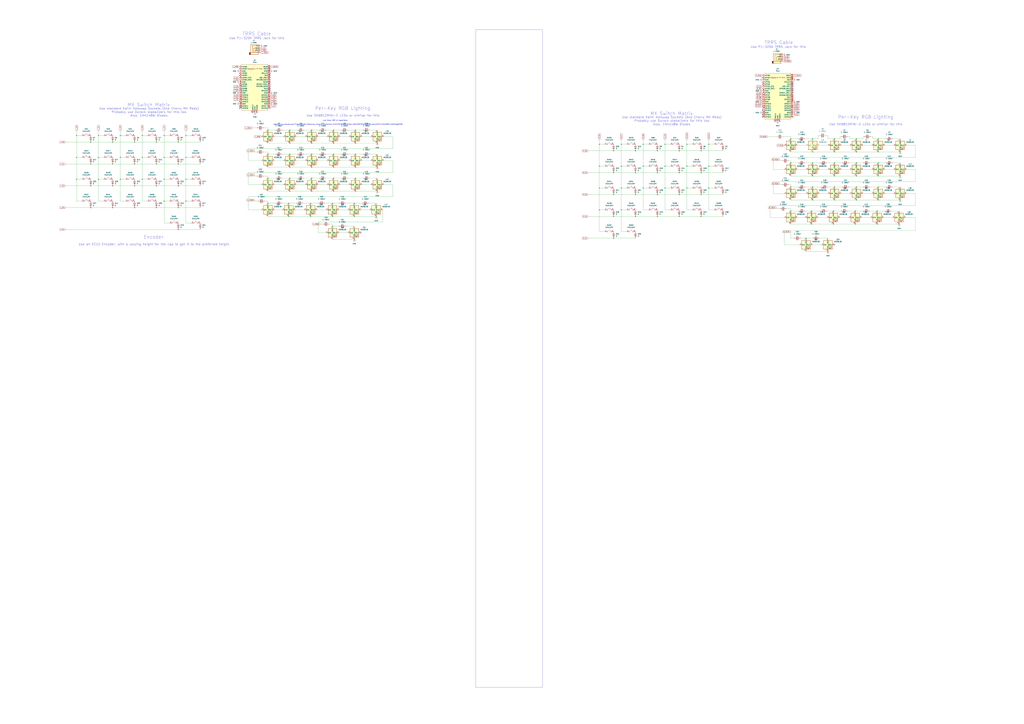
<source format=kicad_sch>
(kicad_sch (version 20231120) (generator "eeschema") (generator_version "8.0")
  (paper "A0")
  (junction (at 165.1 157.48))
  (junction (at 335.28 236.22))
  (junction (at 156.21 241.3))
  (junction (at 943.61 232.41))
  (junction (at 772.16 167.64))
  (junction (at 387.35 151.13))
  (junction (at 207.01 190.5))
  (junction (at 360.68 251.46))
  (junction (at 311.15 179.07))
  (junction (at 207.01 266.7))
  (junction (at 746.76 167.64))
  (junction (at 961.39 292.1))
  (junction (at 387.35 166.37))
  (junction (at 139.7 157.48))
  (junction (at 88.9 157.48))
  (junction (at 721.36 193.04))
  (junction (at 336.55 222.25))
  (junction (at 797.56 218.44))
  (junction (at 336.55 166.37))
  (junction (at 918.21 161.29))
  (junction (at 311.15 236.22))
  (junction (at 207.01 241.3))
  (junction (at 412.75 194.31))
  (junction (at 994.41 176.53))
  (junction (at 1019.81 232.41))
  (junction (at 412.75 179.07))
  (junction (at 411.48 278.13))
  (junction (at 994.41 161.29))
  (junction (at 215.9 182.88))
  (junction (at 1019.81 204.47))
  (junction (at 943.61 161.29))
  (junction (at 386.08 236.22))
  (junction (at 387.35 207.01))
  (junction (at 412.75 166.37))
  (junction (at 993.14 245.11))
  (junction (at 814.07 200.66))
  (junction (at 387.35 222.25))
  (junction (at 139.7 182.88))
  (junction (at 207.01 165.1))
  (junction (at 797.56 167.64))
  (junction (at 772.16 193.04))
  (junction (at 695.96 243.84))
  (junction (at 438.15 194.31))
  (junction (at 721.36 218.44))
  (junction (at 361.95 166.37))
  (junction (at 335.28 251.46))
  (junction (at 130.81 190.5))
  (junction (at 788.67 251.46))
  (junction (at 788.67 226.06))
  (junction (at 438.15 222.25))
  (junction (at 935.99 276.86))
  (junction (at 436.88 251.46))
  (junction (at 1019.81 176.53))
  (junction (at 139.7 208.28))
  (junction (at 942.34 260.35))
  (junction (at 130.81 165.1))
  (junction (at 156.21 165.1))
  (junction (at 181.61 190.5))
  (junction (at 788.67 200.66))
  (junction (at 361.95 151.13))
  (junction (at 737.87 200.66))
  (junction (at 712.47 200.66))
  (junction (at 918.21 217.17))
  (junction (at 943.61 217.17))
  (junction (at 1019.81 189.23))
  (junction (at 165.1 182.88))
  (junction (at 967.74 260.35))
  (junction (at 114.3 208.28))
  (junction (at 1045.21 204.47))
  (junction (at 336.55 179.07))
  (junction (at 994.41 217.17))
  (junction (at 105.41 190.5))
  (junction (at 712.47 276.86))
  (junction (at 361.95 222.25))
  (junction (at 105.41 165.1))
  (junction (at 1045.21 176.53))
  (junction (at 412.75 207.01))
  (junction (at 737.87 251.46))
  (junction (at 943.61 176.53))
  (junction (at 438.15 166.37))
  (junction (at 814.07 251.46))
  (junction (at 1018.54 260.35))
  (junction (at 969.01 232.41))
  (junction (at 165.1 208.28))
  (junction (at 969.01 176.53))
  (junction (at 737.87 226.06))
  (junction (at 712.47 226.06))
  (junction (at 336.55 207.01))
  (junction (at 336.55 151.13))
  (junction (at 311.15 207.01))
  (junction (at 190.5 182.88))
  (junction (at 1019.81 161.29))
  (junction (at 942.34 245.11))
  (junction (at 181.61 165.1))
  (junction (at 822.96 218.44))
  (junction (at 814.07 226.06))
  (junction (at 387.35 194.31))
  (junction (at 114.3 182.88))
  (junction (at 181.61 241.3))
  (junction (at 993.14 260.35))
  (junction (at 360.68 236.22))
  (junction (at 412.75 222.25))
  (junction (at 969.01 189.23))
  (junction (at 190.5 157.48))
  (junction (at 763.27 200.66))
  (junction (at 156.21 215.9))
  (junction (at 412.75 151.13))
  (junction (at 994.41 189.23))
  (junction (at 721.36 243.84))
  (junction (at 943.61 204.47))
  (junction (at 969.01 161.29))
  (junction (at 1019.81 217.17))
  (junction (at 190.5 208.28))
  (junction (at 387.35 179.07))
  (junction (at 814.07 175.26))
  (junction (at 746.76 218.44))
  (junction (at 361.95 207.01))
  (junction (at 695.96 218.44))
  (junction (at 763.27 175.26))
  (junction (at 1045.21 232.41))
  (junction (at 969.01 217.17))
  (junction (at 114.3 157.48))
  (junction (at 967.74 245.11))
  (junction (at 1043.94 260.35))
  (junction (at 386.08 262.89))
  (junction (at 311.15 151.13))
  (junction (at 721.36 167.64))
  (junction (at 336.55 194.31))
  (junction (at 361.95 179.07))
  (junction (at 215.9 157.48))
  (junction (at 105.41 241.3))
  (junction (at 361.95 194.31))
  (junction (at 712.47 175.26))
  (junction (at 763.27 251.46))
  (junction (at 746.76 193.04))
  (junction (at 918.21 245.11))
  (junction (at 88.9 182.88))
  (junction (at 88.9 208.28))
  (junction (at 411.48 236.22))
  (junction (at 712.47 251.46))
  (junction (at 822.96 193.04))
  (junction (at 763.27 226.06))
  (junction (at 969.01 204.47))
  (junction (at 1018.54 245.11))
  (junction (at 386.08 251.46))
  (junction (at 215.9 233.68))
  (junction (at 772.16 218.44))
  (junction (at 695.96 167.64))
  (junction (at 130.81 215.9))
  (junction (at 181.61 215.9))
  (junction (at 207.01 215.9))
  (junction (at 822.96 167.64))
  (junction (at 695.96 193.04))
  (junction (at 797.56 193.04))
  (junction (at 105.41 215.9))
  (junction (at 918.21 189.23))
  (junction (at 994.41 204.47))
  (junction (at 737.87 175.26))
  (junction (at 156.21 190.5))
  (junction (at 943.61 189.23))
  (junction (at 788.67 175.26))
  (junction (at 130.81 241.3))
  (junction (at 190.5 233.68))
  (junction (at 411.48 251.46))
  (junction (at 215.9 208.28))
  (junction (at 994.41 232.41))
  (no_connect (at 298.45 130.81))
  (no_connect (at 313.69 80.01))
  (no_connect (at 313.69 97.79))
  (no_connect (at 278.13 80.01))
  (no_connect (at 313.69 100.33))
  (no_connect (at 313.69 105.41))
  (no_connect (at 278.13 118.11))
  (no_connect (at 313.69 85.09))
  (no_connect (at 278.13 85.09))
  (no_connect (at 278.13 123.19))
  (no_connect (at 313.69 125.73))
  (no_connect (at 920.75 107.95))
  (no_connect (at 278.13 87.63))
  (no_connect (at 900.43 140.97))
  (no_connect (at 920.75 113.03))
  (no_connect (at 278.13 125.73))
  (no_connect (at 920.75 115.57))
  (no_connect (at 920.75 135.89))
  (no_connect (at 885.19 97.79))
  (no_connect (at 920.75 97.79))
  (no_connect (at 313.69 95.25))
  (no_connect (at 920.75 102.87))
  (no_connect (at 920.75 100.33))
  (no_connect (at 905.51 140.97))
  (no_connect (at 885.19 128.27))
  (no_connect (at 885.19 90.17))
  (no_connect (at 920.75 110.49))
  (no_connect (at 885.19 135.89))
  (no_connect (at 313.69 90.17))
  (no_connect (at 419.1 270.51))
  (no_connect (at 885.19 95.25))
  (no_connect (at 920.75 95.25))
  (no_connect (at 313.69 92.71))
  (no_connect (at 313.69 102.87))
  (no_connect (at 969.01 284.48))
  (no_connect (at 885.19 133.35))
  (no_connect (at 278.13 97.79))
  (no_connect (at 920.75 90.17))
  (no_connect (at 313.69 87.63))
  (no_connect (at 293.37 130.81))
  (no_connect (at 920.75 105.41))
  (wire (pts (xy 894.08 238.76) (xy 894.08 252.73)))
  (wire (pts (xy 369.57 186.69) (xy 379.73 186.69)))
  (wire (pts (xy 378.46 207.01) (xy 387.35 207.01)))
  (wire (pts (xy 156.21 190.5) (xy 181.61 190.5)))
  (wire (pts (xy 105.41 241.3) (xy 130.81 241.3)))
  (wire (pts (xy 993.14 245.11) (xy 1002.03 245.11)))
  (wire (pts (xy 455.93 214.63) (xy 455.93 228.6)))
  (wire (pts (xy 105.41 215.9) (xy 130.81 215.9)))
  (wire (pts (xy 894.08 252.73) (xy 910.59 252.73)))
  (wire (pts (xy 1019.81 232.41) (xy 1045.21 232.41)))
  (wire (pts (xy 311.15 179.07) (xy 320.04 179.07)))
  (wire (pts (xy 361.95 207.01) (xy 370.84 207.01)))
  (wire (pts (xy 788.67 200.66) (xy 814.07 200.66)))
  (wire (pts (xy 929.64 276.86) (xy 935.99 276.86)))
  (wire (pts (xy 975.36 158.75) (xy 975.36 161.29)))
  (wire (pts (xy 1062.99 252.73) (xy 1051.56 252.73)))
  (wire (pts (xy 976.63 196.85) (xy 986.79 196.85)))
  (wire (pts (xy 311.15 166.37) (xy 336.55 166.37)))
  (wire (pts (xy 181.61 215.9) (xy 207.01 215.9)))
  (wire (pts (xy 171.45 157.48) (xy 165.1 157.48)))
  (wire (pts (xy 943.61 217.17) (xy 953.77 217.17)))
  (wire (pts (xy 311.15 236.22) (xy 320.04 236.22)))
  (wire (pts (xy 335.28 236.22) (xy 344.17 236.22)))
  (wire (pts (xy 222.25 157.48) (xy 215.9 157.48)))
  (wire (pts (xy 934.72 245.11) (xy 942.34 245.11)))
  (wire (pts (xy 702.31 167.64) (xy 695.96 167.64)))
  (wire (pts (xy 393.7 270.51) (xy 403.86 270.51)))
  (wire (pts (xy 763.27 175.26) (xy 788.67 175.26)))
  (wire (pts (xy 318.77 158.75) (xy 328.93 158.75)))
  (wire (pts (xy 215.9 259.08) (xy 222.25 259.08)))
  (wire (pts (xy 994.41 232.41) (xy 1019.81 232.41)))
  (wire (pts (xy 130.81 241.3) (xy 156.21 241.3)))
  (wire (pts (xy 190.5 233.68) (xy 190.5 259.08)))
  (wire (pts (xy 797.56 218.44) (xy 797.56 243.84)))
  (wire (pts (xy 925.83 252.73) (xy 934.72 252.73)))
  (wire (pts (xy 969.01 204.47) (xy 994.41 204.47)))
  (wire (pts (xy 215.9 233.68) (xy 222.25 233.68)))
  (wire (pts (xy 975.36 158.75) (xy 976.63 158.75)))
  (wire (pts (xy 905.51 186.69) (xy 908.05 186.69)))
  (wire (pts (xy 222.25 182.88) (xy 215.9 182.88)))
  (wire (pts (xy 753.11 218.44) (xy 746.76 218.44)))
  (wire (pts (xy 372.11 260.35) (xy 374.65 260.35)))
  (wire (pts (xy 925.83 168.91) (xy 935.99 168.91)))
  (wire (pts (xy 721.36 243.84) (xy 727.71 243.84)))
  (wire (pts (xy 412.75 166.37) (xy 438.15 166.37)))
  (wire (pts (xy 1052.83 196.85) (xy 1062.99 196.85)))
  (wire (pts (xy 1027.43 168.91) (xy 1037.59 168.91)))
  (wire (pts (xy 181.61 241.3) (xy 207.01 241.3)))
  (wire (pts (xy 1027.43 224.79) (xy 1037.59 224.79)))
  (wire (pts (xy 165.1 233.68) (xy 171.45 233.68)))
  (wire (pts (xy 130.81 190.5) (xy 156.21 190.5)))
  (wire (pts (xy 986.79 161.29) (xy 994.41 161.29)))
  (wire (pts (xy 1019.81 176.53) (xy 1045.21 176.53)))
  (wire (pts (xy 727.71 167.64) (xy 721.36 167.64)))
  (wire (pts (xy 683.26 251.46) (xy 712.47 251.46)))
  (wire (pts (xy 1010.92 158.75) (xy 1013.46 158.75)))
  (wire (pts (xy 114.3 182.88) (xy 114.3 208.28)))
  (wire (pts (xy 288.29 243.84) (xy 303.53 243.84)))
  (wire (pts (xy 378.46 179.07) (xy 387.35 179.07)))
  (wire (pts (xy 342.9 243.84) (xy 353.06 243.84)))
  (wire (pts (xy 1002.03 168.91) (xy 1012.19 168.91)))
  (wire (pts (xy 412.75 179.07) (xy 421.64 179.07)))
  (wire (pts (xy 76.2 241.3) (xy 105.41 241.3)))
  (wire (pts (xy 695.96 269.24) (xy 702.31 269.24)))
  (wire (pts (xy 445.77 186.69) (xy 455.93 186.69)))
  (wire (pts (xy 829.31 167.64) (xy 822.96 167.64)))
  (wire (pts (xy 994.41 189.23) (xy 1002.03 189.23)))
  (wire (pts (xy 994.41 217.17) (xy 1002.03 217.17)))
  (wire (pts (xy 353.06 207.01) (xy 361.95 207.01)))
  (wire (pts (xy 76.2 215.9) (xy 105.41 215.9)))
  (wire (pts (xy 986.79 161.29) (xy 986.79 158.75)))
  (wire (pts (xy 683.26 226.06) (xy 712.47 226.06)))
  (wire (pts (xy 975.36 161.29) (xy 969.01 161.29)))
  (wire (pts (xy 207.01 190.5) (xy 232.41 190.5)))
  (wire (pts (xy 763.27 251.46) (xy 788.67 251.46)))
  (wire (pts (xy 897.89 182.88) (xy 897.89 196.85)))
  (wire (pts (xy 190.5 182.88) (xy 190.5 208.28)))
  (wire (pts (xy 311.15 233.68) (xy 311.15 236.22)))
  (wire (pts (xy 181.61 165.1) (xy 207.01 165.1)))
  (wire (pts (xy 318.77 243.84) (xy 327.66 243.84)))
  (wire (pts (xy 984.25 158.75) (xy 986.79 158.75)))
  (wire (pts (xy 393.7 243.84) (xy 403.86 243.84)))
  (wire (pts (xy 386.08 236.22) (xy 393.7 236.22)))
  (wire (pts (xy 935.99 292.1) (xy 961.39 292.1)))
  (wire (pts (xy 918.21 269.24) (xy 918.21 276.86)))
  (wire (pts (xy 993.14 260.35) (xy 1018.54 260.35)))
  (wire (pts (xy 721.36 162.56) (xy 721.36 167.64)))
  (wire (pts (xy 969.01 189.23) (xy 977.9 189.23)))
  (wire (pts (xy 961.39 161.29) (xy 969.01 161.29)))
  (wire (pts (xy 95.25 182.88) (xy 88.9 182.88)))
  (wire (pts (xy 934.72 161.29) (xy 943.61 161.29)))
  (wire (pts (xy 181.61 190.5) (xy 207.01 190.5)))
  (wire (pts (xy 336.55 207.01) (xy 345.44 207.01)))
  (wire (pts (xy 925.83 196.85) (xy 935.99 196.85)))
  (wire (pts (xy 913.13 242.57) (xy 918.21 242.57)))
  (wire (pts (xy 420.37 214.63) (xy 430.53 214.63)))
  (wire (pts (xy 88.9 208.28) (xy 88.9 233.68)))
  (wire (pts (xy 386.08 278.13) (xy 411.48 278.13)))
  (wire (pts (xy 311.15 194.31) (xy 336.55 194.31)))
  (wire (pts (xy 288.29 186.69) (xy 303.53 186.69)))
  (wire (pts (xy 156.21 165.1) (xy 181.61 165.1)))
  (wire (pts (xy 803.91 218.44) (xy 797.56 218.44)))
  (wire (pts (xy 1019.81 189.23) (xy 1028.7 189.23)))
  (wire (pts (xy 778.51 167.64) (xy 772.16 167.64)))
  (wire (pts (xy 695.96 167.64) (xy 695.96 193.04)))
  (wire (pts (xy 910.59 267.97) (xy 910.59 284.48)))
  (wire (pts (xy 712.47 200.66) (xy 737.87 200.66)))
  (wire (pts (xy 146.05 182.88) (xy 139.7 182.88)))
  (wire (pts (xy 386.08 251.46) (xy 411.48 251.46)))
  (wire (pts (xy 949.96 161.29) (xy 949.96 157.48)))
  (wire (pts (xy 746.76 193.04) (xy 746.76 218.44)))
  (wire (pts (xy 829.31 218.44) (xy 822.96 218.44)))
  (wire (pts (xy 222.25 208.28) (xy 215.9 208.28)))
  (wire (pts (xy 215.9 233.68) (xy 215.9 259.08)))
  (wire (pts (xy 190.5 208.28) (xy 190.5 233.68)))
  (wire (pts (xy 814.07 175.26) (xy 839.47 175.26)))
  (wire (pts (xy 753.11 167.64) (xy 746.76 167.64)))
  (wire (pts (xy 905.51 185.42) (xy 905.51 186.69)))
  (wire (pts (xy 727.71 193.04) (xy 721.36 193.04)))
  (wire (pts (xy 915.67 214.63) (xy 918.21 214.63)))
  (wire (pts (xy 695.96 193.04) (xy 695.96 218.44)))
  (wire (pts (xy 918.21 186.69) (xy 918.21 189.23)))
  (wire (pts (xy 814.07 251.46) (xy 839.47 251.46)))
  (wire (pts (xy 702.31 218.44) (xy 695.96 218.44)))
  (wire (pts (xy 772.16 243.84) (xy 778.51 243.84)))
  (wire (pts (xy 336.55 194.31) (xy 361.95 194.31)))
  (wire (pts (xy 901.7 242.57) (xy 905.51 242.57)))
  (wire (pts (xy 327.66 179.07) (xy 336.55 179.07)))
  (wire (pts (xy 288.29 214.63) (xy 288.29 200.66)))
  (wire (pts (xy 361.95 166.37) (xy 387.35 166.37)))
  (wire (pts (xy 943.61 176.53) (xy 969.01 176.53)))
  (wire (pts (xy 772.16 162.56) (xy 772.16 167.64)))
  (wire (pts (xy 88.9 182.88) (xy 88.9 208.28)))
  (wire (pts (xy 1018.54 260.35) (xy 1043.94 260.35)))
  (wire (pts (xy 1052.83 224.79) (xy 1062.99 224.79)))
  (wire (pts (xy 1013.46 158.75) (xy 1013.46 161.29)))
  (wire (pts (xy 969.01 217.17) (xy 977.9 217.17)))
  (wire (pts (xy 427.99 236.22) (xy 436.88 236.22)))
  (wire (pts (xy 894.08 238.76) (xy 1062.99 238.76)))
  (wire (pts (xy 351.79 236.22) (xy 360.68 236.22)))
  (wire (pts (xy 215.9 157.48) (xy 215.9 182.88)))
  (wire (pts (xy 88.9 233.68) (xy 95.25 233.68)))
  (wire (pts (xy 788.67 251.46) (xy 814.07 251.46)))
  (wire (pts (xy 165.1 157.48) (xy 165.1 182.88)))
  (wire (pts (xy 951.23 196.85) (xy 961.39 196.85)))
  (wire (pts (xy 444.5 257.81) (xy 369.57 257.81)))
  (wire (pts (xy 295.91 204.47) (xy 298.45 204.47)))
  (wire (pts (xy 429.26 207.01) (xy 438.15 207.01)))
  (wire (pts (xy 387.35 222.25) (xy 412.75 222.25)))
  (wire (pts (xy 311.15 204.47) (xy 311.15 207.01)))
  (wire (pts (xy 803.91 167.64) (xy 797.56 167.64)))
  (wire (pts (xy 368.3 243.84) (xy 378.46 243.84)))
  (wire (pts (xy 1062.99 252.73) (xy 1062.99 267.97)))
  (wire (pts (xy 139.7 182.88) (xy 139.7 208.28)))
  (wire (pts (xy 130.81 165.1) (xy 156.21 165.1)))
  (wire (pts (xy 994.41 204.47) (xy 1019.81 204.47)))
  (wire (pts (xy 344.17 186.69) (xy 354.33 186.69)))
  (wire (pts (xy 984.25 245.11) (xy 993.14 245.11)))
  (wire (pts (xy 1009.65 217.17) (xy 1019.81 217.17)))
  (wire (pts (xy 994.41 176.53) (xy 1019.81 176.53)))
  (wire (pts (xy 772.16 218.44) (xy 772.16 243.84)))
  (wire (pts (xy 311.15 151.13) (xy 320.04 151.13)))
  (wire (pts (xy 207.01 266.7) (xy 232.41 266.7)))
  (wire (pts (xy 943.61 204.47) (xy 969.01 204.47)))
  (wire (pts (xy 949.96 252.73) (xy 960.12 252.73)))
  (wire (pts (xy 901.7 241.3) (xy 901.7 242.57)))
  (wire (pts (xy 1035.05 245.11) (xy 1043.94 245.11)))
  (wire (pts (xy 139.7 233.68) (xy 146.05 233.68)))
  (wire (pts (xy 361.95 151.13) (xy 370.84 151.13)))
  (wire (pts (xy 190.5 259.08) (xy 196.85 259.08)))
  (wire (pts (xy 934.72 217.17) (xy 943.61 217.17)))
  (wire (pts (xy 353.06 179.07) (xy 361.95 179.07)))
  (wire (pts (xy 976.63 224.79) (xy 986.79 224.79)))
  (wire (pts (xy 1026.16 252.73) (xy 1036.32 252.73)))
  (wire (pts (xy 737.87 200.66) (xy 763.27 200.66)))
  (wire (pts (xy 156.21 241.3) (xy 181.61 241.3)))
  (wire (pts (xy 918.21 232.41) (xy 943.61 232.41)))
  (wire (pts (xy 918.21 217.17) (xy 927.1 217.17)))
  (wire (pts (xy 311.15 148.59) (xy 311.15 151.13)))
  (wire (pts (xy 918.21 260.35) (xy 942.34 260.35)))
  (wire (pts (xy 918.21 245.11) (xy 927.1 245.11)))
  (wire (pts (xy 360.68 251.46) (xy 386.08 251.46)))
  (wire (pts (xy 327.66 236.22) (xy 335.28 236.22)))
  (wire (pts (xy 772.16 167.64) (xy 772.16 193.04)))
  (wire (pts (xy 444.5 243.84) (xy 444.5 257.81)))
  (wire (pts (xy 306.07 204.47) (xy 311.15 204.47)))
  (wire (pts (xy 683.26 200.66) (xy 712.47 200.66)))
  (wire (pts (xy 961.39 217.17) (xy 969.01 217.17)))
  (wire (pts (xy 822.96 243.84) (xy 829.31 243.84)))
  (wire (pts (xy 420.37 186.69) (xy 430.53 186.69)))
  (wire (pts (xy 721.36 269.24) (xy 721.36 243.84)))
  (wire (pts (xy 288.29 172.72) (xy 288.29 186.69)))
  (wire (pts (xy 306.07 148.59) (xy 311.15 148.59)))
  (wire (pts (xy 727.71 218.44) (xy 721.36 218.44)))
  (wire (pts (xy 969.01 232.41) (xy 994.41 232.41)))
  (wire (pts (xy 763.27 200.66) (xy 788.67 200.66)))
  (wire (pts (xy 327.66 151.13) (xy 336.55 151.13)))
  (wire (pts (xy 918.21 189.23) (xy 927.1 189.23)))
  (wire (pts (xy 891.54 158.75) (xy 901.7 158.75)))
  (wire (pts (xy 778.51 218.44) (xy 772.16 218.44)))
  (wire (pts (xy 387.35 151.13) (xy 396.24 151.13)))
  (wire (pts (xy 737.87 226.06) (xy 763.27 226.06)))
  (wire (pts (xy 165.1 208.28) (xy 165.1 233.68)))
  (wire (pts (xy 702.31 193.04) (xy 695.96 193.04)))
  (wire (pts (xy 943.61 232.41) (xy 969.01 232.41)))
  (wire (pts (xy 721.36 167.64) (xy 721.36 193.04)))
  (wire (pts (xy 369.57 270.51) (xy 378.46 270.51)))
  (wire (pts (xy 318.77 186.69) (xy 328.93 186.69)))
  (wire (pts (xy 76.2 266.7) (xy 207.01 266.7)))
  (wire (pts (xy 737.87 251.46) (xy 763.27 251.46)))
  (wire (pts (xy 114.3 208.28) (xy 114.3 233.68)))
  (wire (pts (xy 335.28 251.46) (xy 360.68 251.46)))
  (wire (pts (xy 985.52 189.23) (xy 994.41 189.23)))
  (wire (pts (xy 949.96 161.29) (xy 943.61 161.29)))
  (wire (pts (xy 306.07 176.53) (xy 311.15 176.53)))
  (wire (pts (xy 918.21 176.53) (xy 943.61 176.53)))
  (wire (pts (xy 146.05 208.28) (xy 139.7 208.28)))
  (wire (pts (xy 207.01 215.9) (xy 232.41 215.9)))
  (wire (pts (xy 943.61 284.48) (xy 953.77 284.48)))
  (wire (pts (xy 88.9 152.4) (xy 88.9 157.48)))
  (wire (pts (xy 95.25 208.28) (xy 88.9 208.28)))
  (wire (pts (xy 1002.03 161.29) (xy 994.41 161.29)))
  (wire (pts (xy 336.55 179.07) (xy 345.44 179.07)))
  (wire (pts (xy 401.32 236.22) (xy 411.48 236.22)))
  (wire (pts (xy 905.51 213.36) (xy 905.51 214.63)))
  (wire (pts (xy 311.15 207.01) (xy 320.04 207.01)))
  (wire (pts (xy 139.7 208.28) (xy 139.7 233.68)))
  (wire (pts (xy 412.75 194.31) (xy 438.15 194.31)))
  (wire (pts (xy 822.96 162.56) (xy 822.96 167.64)))
  (wire (pts (xy 1062.99 224.79) (xy 1062.99 238.76)))
  (wire (pts (xy 1002.03 196.85) (xy 1012.19 196.85)))
  (wire (pts (xy 1019.81 204.47) (xy 1045.21 204.47)))
  (wire (pts (xy 788.67 226.06) (xy 814.07 226.06)))
  (wire (pts (xy 712.47 251.46) (xy 737.87 251.46)))
  (wire (pts (xy 196.85 182.88) (xy 190.5 182.88)))
  (wire (pts (xy 1036.32 217.17) (xy 1045.21 217.17)))
  (wire (pts (xy 171.45 208.28) (xy 165.1 208.28)))
  (wire (pts (xy 1009.65 245.11) (xy 1018.54 245.11)))
  (wire (pts (xy 763.27 226.06) (xy 788.67 226.06)))
  (wire (pts (xy 1009.65 189.23) (xy 1019.81 189.23)))
  (wire (pts (xy 105.41 165.1) (xy 130.81 165.1)))
  (wire (pts (xy 943.61 189.23) (xy 952.5 189.23)))
  (wire (pts (xy 695.96 162.56) (xy 695.96 167.64)))
  (wire (pts (xy 753.11 193.04) (xy 746.76 193.04)))
  (wire (pts (xy 114.3 157.48) (xy 114.3 182.88)))
  (wire (pts (xy 683.26 276.86) (xy 712.47 276.86)))
  (wire (pts (xy 156.21 215.9) (xy 181.61 215.9)))
  (wire (pts (xy 139.7 157.48) (xy 139.7 182.88)))
  (wire (pts (xy 829.31 193.04) (xy 822.96 193.04)))
  (wire (pts (xy 369.57 257.81) (xy 369.57 270.51)))
  (wire (pts (xy 918.21 276.86) (xy 922.02 276.86)))
  (wire (pts (xy 746.76 167.64) (xy 746.76 193.04)))
  (wire (pts (xy 935.99 276.86) (xy 943.61 276.86)))
  (wire (pts (xy 215.9 208.28) (xy 215.9 233.68)))
  (wire (pts (xy 905.51 214.63) (xy 908.05 214.63)))
  (wire (pts (xy 951.23 168.91) (xy 961.39 168.91)))
  (wire (pts (xy 387.35 207.01) (xy 396.24 207.01)))
  (wire (pts (xy 797.56 193.04) (xy 797.56 218.44)))
  (wire (pts (xy 1002.03 158.75) (xy 1003.3 158.75)))
  (wire (pts (xy 360.68 236.22) (xy 369.57 236.22)))
  (wire (pts (xy 361.95 222.25) (xy 387.35 222.25)))
  (wire (pts (xy 76.2 165.1) (xy 105.41 165.1)))
  (wire (pts (xy 288.29 228.6) (xy 455.93 228.6)))
  (wire (pts (xy 897.89 182.88) (xy 1062.99 182.88)))
  (wire (pts (xy 727.71 269.24) (xy 721.36 269.24)))
  (wire (pts (xy 1000.76 252.73) (xy 1010.92 252.73)))
  (wire (pts (xy 120.65 157.48) (xy 114.3 157.48)))
  (wire (pts (xy 942.34 260.35) (xy 967.74 260.35)))
  (wire (pts (xy 1019.81 217.17) (xy 1028.7 217.17)))
  (wire (pts (xy 336.55 151.13) (xy 345.44 151.13)))
  (wire (pts (xy 1062.99 196.85) (xy 1062.99 210.82)))
  (wire (pts (xy 976.63 168.91) (xy 986.79 168.91)))
  (wire (pts (xy 721.36 193.04) (xy 721.36 218.44)))
  (wire (pts (xy 196.85 208.28) (xy 190.5 208.28)))
  (wire (pts (xy 737.87 175.26) (xy 763.27 175.26)))
  (wire (pts (xy 377.19 236.22) (xy 386.08 236.22)))
  (wire (pts (xy 918.21 158.75) (xy 918.21 161.29)))
  (wire (pts (xy 429.26 179.07) (xy 438.15 179.07)))
  (wire (pts (xy 120.65 208.28) (xy 114.3 208.28)))
  (wire (pts (xy 171.45 182.88) (xy 165.1 182.88)))
  (wire (pts (xy 746.76 243.84) (xy 753.11 243.84)))
  (wire (pts (xy 394.97 214.63) (xy 405.13 214.63)))
  (wire (pts (xy 318.77 214.63) (xy 328.93 214.63)))
  (wire (pts (xy 918.21 204.47) (xy 943.61 204.47)))
  (wire (pts (xy 386.08 262.89) (xy 393.7 262.89)))
  (wire (pts (xy 455.93 186.69) (xy 455.93 200.66)))
  (wire (pts (xy 772.16 193.04) (xy 772.16 218.44)))
  (wire (pts (xy 746.76 218.44) (xy 746.76 243.84)))
  (wire (pts (xy 196.85 157.48) (xy 190.5 157.48)))
  (wire (pts (xy 721.36 243.84) (xy 721.36 218.44)))
  (wire (pts (xy 897.89 224.79) (xy 897.89 210.82)))
  (wire (pts (xy 951.23 224.79) (xy 961.39 224.79)))
  (wire (pts (xy 1036.32 161.29) (xy 1045.21 161.29)))
  (wire (pts (xy 76.2 190.5) (xy 105.41 190.5)))
  (wire (pts (xy 1062.99 168.91) (xy 1062.99 182.88)))
  (wire (pts (xy 746.76 162.56) (xy 746.76 167.64)))
  (wire (pts (xy 712.47 175.26) (xy 737.87 175.26)))
  (wire (pts (xy 949.96 157.48) (xy 951.23 157.48)))
  (wire (pts (xy 822.96 218.44) (xy 822.96 243.84)))
  (wire (pts (xy 344.17 158.75) (xy 354.33 158.75)))
  (wire (pts (xy 311.15 251.46) (xy 335.28 251.46)))
  (wire (pts (xy 1018.54 245.11) (xy 1027.43 245.11)))
  (wire (pts (xy 190.5 152.4) (xy 190.5 157.48)))
  (wire (pts (xy 361.95 194.31) (xy 387.35 194.31)))
  (wire (pts (xy 822.96 167.64) (xy 822.96 193.04)))
  (wire (pts (xy 803.91 193.04) (xy 797.56 193.04)))
  (wire (pts (xy 412.75 222.25) (xy 438.15 222.25)))
  (wire (pts (xy 215.9 182.88) (xy 215.9 208.28)))
  (wire (pts (xy 910.59 284.48) (xy 928.37 284.48)))
  (wire (pts (xy 207.01 241.3) (xy 232.41 241.3)))
  (wire (pts (xy 288.29 228.6) (xy 288.29 243.84)))
  (wire (pts (xy 403.86 179.07) (xy 412.75 179.07)))
  (wire (pts (xy 967.74 260.35) (xy 993.14 260.35)))
  (wire (pts (xy 445.77 158.75) (xy 455.93 158.75)))
  (wire (pts (xy 369.57 214.63) (xy 379.73 214.63)))
  (wire (pts (xy 295.91 232.41) (xy 295.91 233.68)))
  (wire (pts (xy 387.35 194.31) (xy 412.75 194.31)))
  (wire (pts (xy 88.9 157.48) (xy 88.9 182.88)))
  (wire (pts (xy 814.07 226.06) (xy 839.47 226.06)))
  (wire (pts (xy 369.57 158.75) (xy 379.73 158.75)))
  (wire (pts (xy 288.29 214.63) (xy 303.53 214.63)))
  (wire (pts (xy 105.41 190.5) (xy 130.81 190.5)))
  (wire (pts (xy 915.67 186.69) (xy 918.21 186.69)))
  (wire (pts (xy 445.77 214.63) (xy 455.93 214.63)))
  (wire (pts (xy 985.52 217.17) (xy 994.41 217.17)))
  (wire (pts (xy 215.9 152.4) (xy 215.9 157.48)))
  (wire (pts (xy 934.72 189.23) (xy 943.61 189.23)))
  (wire (pts (xy 797.56 167.64) (xy 797.56 193.04)))
  (wire (pts (xy 344.17 214.63) (xy 354.33 214.63)))
  (wire (pts (xy 918.21 242.57) (xy 918.21 245.11)))
  (wire (pts (xy 146.05 157.48) (xy 139.7 157.48)))
  (wire (pts (xy 969.01 176.53) (xy 994.41 176.53)))
  (wire (pts (xy 311.15 176.53) (xy 311.15 179.07)))
  (wire (pts (xy 139.7 152.4) (xy 139.7 157.48)))
  (wire (pts (xy 295.91 203.2) (xy 295.91 204.47)))
  (wire (pts (xy 778.51 193.04) (xy 772.16 193.04)))
  (wire (pts (xy 1013.46 161.29) (xy 1019.81 161.29)))
  (wire (pts (xy 412.75 207.01) (xy 421.64 207.01)))
  (wire (pts (xy 712.47 226.06) (xy 737.87 226.06)))
  (wire (pts (xy 822.96 193.04) (xy 822.96 218.44)))
  (wire (pts (xy 958.85 157.48) (xy 961.39 157.48)))
  (wire (pts (xy 386.08 260.35) (xy 386.08 262.89)))
  (wire (pts (xy 411.48 236.22) (xy 420.37 236.22)))
  (wire (pts (xy 336.55 166.37) (xy 361.95 166.37)))
  (wire (pts (xy 311.15 222.25) (xy 336.55 222.25)))
  (wire (pts (xy 967.74 245.11) (xy 976.63 245.11)))
  (wire (pts (xy 207.01 165.1) (xy 232.41 165.1)))
  (wire (pts (xy 961.39 157.48) (xy 961.39 161.29)))
  (wire (pts (xy 1019.81 161.29) (xy 1028.7 161.29)))
  (wire (pts (xy 307.34 233.68) (xy 311.15 233.68)))
  (wire (pts (xy 975.36 252.73) (xy 985.52 252.73)))
  (wire (pts (xy 797.56 243.84) (xy 803.91 243.84)))
  (wire (pts (xy 165.1 182.88) (xy 165.1 208.28)))
  (wire (pts (xy 918.21 161.29) (xy 927.1 161.29)))
  (wire (pts (xy 942.34 245.11) (xy 952.5 245.11)))
  (wire (pts (xy 114.3 152.4) (xy 114.3 157.48)))
  (wire (pts (xy 387.35 179.07) (xy 396.24 179.07)))
  (wire (pts (xy 695.96 243.84) (xy 702.31 243.84)))
  (wire (pts (xy 1002.03 224.79) (xy 1012.19 224.79)))
  (wire (pts (xy 909.32 158.75) (xy 918.21 158.75)))
  (wire (pts (xy 382.27 260.35) (xy 386.08 260.35)))
  (wire (pts (xy 295.91 176.53) (xy 298.45 176.53)))
  (wire (pts (xy 130.81 215.9) (xy 156.21 215.9)))
  (wire (pts (xy 1062.99 267.97) (xy 910.59 267.97)))
  (wire (pts (xy 1027.43 196.85) (xy 1037.59 196.85)))
  (wire (pts (xy 295.91 233.68) (xy 299.72 233.68)))
  (wire (pts (xy 394.97 186.69) (xy 405.13 186.69)))
  (wire (pts (xy 403.86 207.01) (xy 412.75 207.01)))
  (wire (pts (xy 960.12 245.11) (xy 967.74 245.11)))
  (wire (pts (xy 394.97 158.75) (xy 405.13 158.75)))
  (wire (pts (xy 925.83 224.79) (xy 935.99 224.79)))
  (wire (pts (xy 288.29 200.66) (xy 455.93 200.66)))
  (wire (pts (xy 420.37 158.75) (xy 430.53 158.75)))
  (wire (pts (xy 295.91 175.26) (xy 295.91 176.53)))
  (wire (pts (xy 387.35 166.37) (xy 412.75 166.37)))
  (wire (pts (xy 378.46 151.13) (xy 387.35 151.13)))
  (wire (pts (xy 1052.83 168.91) (xy 1062.99 168.91)))
  (wire (pts (xy 897.89 210.82) (xy 1062.99 210.82)))
  (wire (pts (xy 114.3 233.68) (xy 120.65 233.68)))
  (wire (pts (xy 403.86 151.13) (xy 412.75 151.13)))
  (wire (pts (xy 95.25 157.48) (xy 88.9 157.48)))
  (wire (pts (xy 412.75 151.13) (xy 421.64 151.13)))
  (wire (pts (xy 120.65 182.88) (xy 114.3 182.88)))
  (wire (pts (xy 336.55 222.25) (xy 361.95 222.25)))
  (wire (pts (xy 353.06 151.13) (xy 361.95 151.13)))
  (wire (pts (xy 695.96 269.24) (xy 695.96 243.84)))
  (wire (pts (xy 288.29 172.72) (xy 455.93 172.72)))
  (wire (pts (xy 951.23 276.86) (xy 961.39 276.86)))
  (wire (pts (xy 960.12 189.23) (xy 969.01 189.23)))
  (wire (pts (xy 165.1 152.4) (xy 165.1 157.48)))
  (wire (pts (xy 788.67 175.26) (xy 814.07 175.26)))
  (wire (pts (xy 897.89 196.85) (xy 910.59 196.85)))
  (wire (pts (xy 897.89 224.79) (xy 910.59 224.79)))
  (wire (pts (xy 1002.03 161.29) (xy 1002.03 158.75)))
  (wire (pts (xy 411.48 251.46) (xy 436.88 251.46)))
  (wire (pts (xy 683.26 175.26) (xy 712.47 175.26)))
  (wire (pts (xy 1036.32 189.23) (xy 1045.21 189.23)))
  (wire (pts (xy 429.26 151.13) (xy 438.15 151.13)))
  (wire (pts (xy 361.95 179.07) (xy 370.84 179.07)))
  (wire (pts (xy 918.21 214.63) (xy 918.21 217.17)))
  (wire (pts (xy 190.5 157.48) (xy 190.5 182.88)))
  (wire (pts (xy 327.66 207.01) (xy 336.55 207.01)))
  (wire (pts (xy 419.1 243.84) (xy 429.26 243.84)))
  (wire (pts (xy 797.56 162.56) (xy 797.56 167.64)))
  (wire (pts (xy 814.07 200.66) (xy 839.47 200.66)))
  (wire (pts (xy 293.37 148.59) (xy 298.45 148.59)))
  (wire (pts (xy 401.32 262.89) (xy 411.48 262.89)))
  (wire (pts (xy 455.93 158.75) (xy 455.93 172.72)))
  (wire (pts (xy 190.5 233.68) (xy 196.85 233.68)))
  (wire (pts (xy 695.96 218.44) (xy 695.96 243.84)))
  (wire (pts (xy 712.47 276.86) (xy 737.87 276.86)))
  (rectangle (start 552.45 34.29) (end 629.92 798.83))
  (text "TRRS Cable" (at 904.24 49.53 0) (effects (font (size 3.81 3.81))))
  (text "Encoder" (at 178.308 275.59 0) (effects (font (size 3.81 3.81))))
  (text "MX Switch Matrix" (at 779.78 132.08 0) (effects (font (size 3.81 3.81))))
  (text "Per-Key RGB Lighting" (at 1005.078 136.144 0) (effects (font (size 3.81 3.81))))
  (text "MX Switch Matrix" (at 172.72 121.92 0) (effects (font (size 3.81 3.81))))
  (text "Use PJ-320A TRRS Jack for this" (at 298.196 44.45 0) (effects (font (size 2.54 2.54))))
  (text "Use an EC12 Encoder, with a varying height for the cap to get it to the preferred height" (at 178.562 283.972 0) (effects (font (size 2.54 2.54))))
  (text "Use PJ-320A TRRS Jack for this" (at 903.732 54.61 0) (effects (font (size 2.54 2.54))))
  (text "TRRS Cable" (at 298.196 39.37 0) (effects (font (size 3.81 3.81))))
  (text "Use SK6812MINI-E LEDs or similar for this" (at 1005.332 144.526 0) (effects (font (size 2.54 2.54))))
  (text "Per-Key RGB Lighting" (at 398.018 125.984 0) (effects (font (size 3.81 3.81))))
  (text "Use SK6812MINI-E LEDs or similar for this" (at 398.272 134.366 0) (effects (font (size 2.54 2.54))))
  (text "use these 100 uf capacitors:" (at 389.382 139.954 0) (effects (font (size 1.27 1.27))))
  (text "Use standard Kailh Hotswap Sockets (And Cherry MX Reds)\nProbably use Durock stabalizers for this too\nAlso, 1N4148W Diodes" (at 780.034 140.462 0) (effects (font (size 2.54 2.54))))
  (text "https://www.mouser.com/ProductDetail/Samsung-Electro-Mechanics/CL21A107MQYNNWE?qs=sGAEpiMZZMsh%252B1woXyUXj7hTFrnMyX907rJbWHkejgM%3D" (at 392.43 144.526 0) (effects (font (size 1.27 1.27))))
  (text "Use standard Kailh Hotswap Sockets (And Cherry MX Reds)\nProbably use Durock stabalizers for this too\nAlso, 1N4148W Diodes" (at 172.974 130.302 0) (effects (font (size 2.54 2.54))))
  (global_label "R_R4" (shape input) (at 920.75 133.35 0) (property "Intersheetrefs" "${INTERSHEET_REFS}" (effects (hide yes))))
  (global_label "R_C9" (shape input) (at 885.19 115.57 180) (property "Intersheetrefs" "${INTERSHEET_REFS}" (effects (hide yes))))
  (global_label "R_TX" (shape input) (at 885.19 100.33 180) (property "Intersheetrefs" "${INTERSHEET_REFS}" (effects (hide yes))))
  (global_label "R_VBUS" (shape input) (at 891.54 158.75 180) (property "Intersheetrefs" "${INTERSHEET_REFS}" (effects (hide yes))))
  (global_label "L_R4" (shape input) (at 313.69 123.19 0) (property "Intersheetrefs" "${INTERSHEET_REFS}" (effects (hide yes))))
  (global_label "L_TX" (shape input) (at 302.26 55.88 0) (property "Intersheetrefs" "${INTERSHEET_REFS}" (effects (hide yes))))
  (global_label "L_C4" (shape input) (at 190.5 152.4 90) (property "Intersheetrefs" "${INTERSHEET_REFS}" (effects (hide yes))))
  (global_label "L_VBUS" (shape input) (at 295.91 203.2 180) (property "Intersheetrefs" "${INTERSHEET_REFS}" (effects (hide yes))))
  (global_label "L_C4" (shape input) (at 278.13 113.03 180) (property "Intersheetrefs" "${INTERSHEET_REFS}" (effects (hide yes))))
  (global_label "L_R2" (shape input) (at 76.2 215.9 180) (property "Intersheetrefs" "${INTERSHEET_REFS}" (effects (hide yes))))
  (global_label "L_R1" (shape input) (at 76.2 190.5 180) (property "Intersheetrefs" "${INTERSHEET_REFS}" (effects (hide yes))))
  (global_label "R_VBUS" (shape input) (at 901.7 241.3 180) (property "Intersheetrefs" "${INTERSHEET_REFS}" (effects (hide yes))))
  (global_label "L_R4" (shape input) (at 76.2 266.7 180) (property "Intersheetrefs" "${INTERSHEET_REFS}" (effects (hide yes))))
  (global_label "R_VBUS" (shape input) (at 905.51 185.42 180) (property "Intersheetrefs" "${INTERSHEET_REFS}" (effects (hide yes))))
  (global_label "L_C0" (shape input) (at 88.9 152.4 90) (property "Intersheetrefs" "${INTERSHEET_REFS}" (effects (hide yes))))
  (global_label "L_RGB" (shape input) (at 303.53 158.75 180) (property "Intersheetrefs" "${INTERSHEET_REFS}" (effects (hide yes))))
  (global_label "R_C9" (shape input) (at 772.16 162.56 90) (property "Intersheetrefs" "${INTERSHEET_REFS}" (effects (hide yes))))
  (global_label "L_VBUS" (shape input) (at 293.37 148.59 180) (property "Intersheetrefs" "${INTERSHEET_REFS}" (effects (hide yes))))
  (global_label "L_RX" (shape input) (at 302.26 58.42 0) (property "Intersheetrefs" "${INTERSHEET_REFS}" (effects (hide yes))))
  (global_label "L_C2" (shape input) (at 278.13 105.41 180) (property "Intersheetrefs" "${INTERSHEET_REFS}" (effects (hide yes))))
  (global_label "R_R1" (shape input) (at 920.75 123.19 0) (property "Intersheetrefs" "${INTERSHEET_REFS}" (effects (hide yes))))
  (global_label "R_C10" (shape input) (at 797.56 162.56 90) (property "Intersheetrefs" "${INTERSHEET_REFS}" (effects (hide yes))))
  (global_label "L_C0" (shape input) (at 278.13 100.33 180) (property "Intersheetrefs" "${INTERSHEET_REFS}" (effects (hide yes))))
  (global_label "L_VBUS" (shape input) (at 295.91 175.26 180) (property "Intersheetrefs" "${INTERSHEET_REFS}" (effects (hide yes))))
  (global_label "L_R0" (shape input) (at 313.69 110.49 0) (property "Intersheetrefs" "${INTERSHEET_REFS}" (effects (hide yes))))
  (global_label "L_R1" (shape input) (at 313.69 113.03 0) (property "Intersheetrefs" "${INTERSHEET_REFS}" (effects (hide yes))))
  (global_label "L_VBUS" (shape input) (at 372.11 260.35 180) (property "Intersheetrefs" "${INTERSHEET_REFS}" (effects (hide yes))))
  (global_label "L_R2" (shape input) (at 313.69 115.57 0) (property "Intersheetrefs" "${INTERSHEET_REFS}" (effects (hide yes))))
  (global_label "R_R0" (shape input) (at 920.75 120.65 0) (property "Intersheetrefs" "${INTERSHEET_REFS}" (effects (hide yes))))
  (global_label "R_VBUS" (shape input) (at 909.32 71.12 0) (property "Intersheetrefs" "${INTERSHEET_REFS}" (effects (hide yes))))
  (global_label "L_R0" (shape input) (at 76.2 165.1 180) (property "Intersheetrefs" "${INTERSHEET_REFS}" (effects (hide yes))))
  (global_label "L_C1" (shape input) (at 114.3 152.4 90) (property "Intersheetrefs" "${INTERSHEET_REFS}" (effects (hide yes))))
  (global_label "R_C10" (shape input) (at 885.19 120.65 180) (property "Intersheetrefs" "${INTERSHEET_REFS}" (effects (hide yes))))
  (global_label "R_C11" (shape input) (at 822.96 162.56 90) (property "Intersheetrefs" "${INTERSHEET_REFS}" (effects (hide yes))))
  (global_label "R_C6" (shape input) (at 695.96 162.56 90) (property "Intersheetrefs" "${INTERSHEET_REFS}" (effects (hide yes))))
  (global_label "R_RX" (shape input) (at 909.32 66.04 0) (property "Intersheetrefs" "${INTERSHEET_REFS}" (effects (hide yes))))
  (global_label "L_C3" (shape input) (at 165.1 152.4 90) (property "Intersheetrefs" "${INTERSHEET_REFS}" (effects (hide yes))))
  (global_label "L_C5" (shape input) (at 215.9 152.4 90) (property "Intersheetrefs" "${INTERSHEET_REFS}" (effects (hide yes))))
  (global_label "L_C5" (shape input) (at 278.13 115.57 180) (property "Intersheetrefs" "${INTERSHEET_REFS}" (effects (hide yes))))
  (global_label "L_C1" (shape input) (at 278.13 102.87 180) (property "Intersheetrefs" "${INTERSHEET_REFS}" (effects (hide yes))))
  (global_label "L_R3" (shape input) (at 313.69 118.11 0) (property "Intersheetrefs" "${INTERSHEET_REFS}" (effects (hide yes))))
  (global_label "R_VBUS" (shape input) (at 918.21 269.24 180) (property "Intersheetrefs" "${INTERSHEET_REFS}" (effects (hide yes))))
  (global_label "R_R3" (shape input) (at 920.75 128.27 0) (property "Intersheetrefs" "${INTERSHEET_REFS}" (effects (hide yes))))
  (global_label "R_RGB" (shape input) (at 910.59 168.91 180) (property "Intersheetrefs" "${INTERSHEET_REFS}" (effects (hide yes))))
  (global_label "R_TX" (shape input) (at 909.32 68.58 0) (property "Intersheetrefs" "${INTERSHEET_REFS}" (effects (hide yes))))
  (global_label "R_R1" (shape input) (at 683.26 200.66 180) (property "Intersheetrefs" "${INTERSHEET_REFS}" (effects (hide yes))))
  (global_label "R_R2" (shape input) (at 683.26 226.06 180) (property "Intersheetrefs" "${INTERSHEET_REFS}" (effects (hide yes))))
  (global_label "R_C8" (shape input) (at 885.19 113.03 180) (property "Intersheetrefs" "${INTERSHEET_REFS}" (effects (hide yes))))
  (global_label "L_VBUS" (shape input) (at 295.91 232.41 180) (property "Intersheetrefs" "${INTERSHEET_REFS}" (effects (hide yes))))
  (global_label "R_RGB" (shape input) (at 885.19 87.63 180) (property "Intersheetrefs" "${INTERSHEET_REFS}" (effects (hide yes))))
  (global_label "R_C6" (shape input) (at 885.19 107.95 180) (property "Intersheetrefs" "${INTERSHEET_REFS}" (effects (hide yes))))
  (global_label "R_C7" (shape input) (at 885.19 110.49 180) (property "Intersheetrefs" "${INTERSHEET_REFS}" (effects (hide yes))))
  (global_label "L_RX" (shape input) (at 278.13 92.71 180) (property "Intersheetrefs" "${INTERSHEET_REFS}" (effects (hide yes))))
  (global_label "L_R3" (shape input) (at 76.2 241.3 180) (property "Intersheetrefs" "${INTERSHEET_REFS}" (effects (hide yes))))
  (global_label "R_C11" (shape input) (at 885.19 123.19 180) (property "Intersheetrefs" "${INTERSHEET_REFS}" (effects (hide yes))))
  (global_label "L_C3" (shape input) (at 278.13 110.49 180) (property "Intersheetrefs" "${INTERSHEET_REFS}" (effects (hide yes))))
  (global_label "R_R2" (shape input) (at 920.75 125.73 0) (property "Intersheetrefs" "${INTERSHEET_REFS}" (effects (hide yes))))
  (global_label "R_C8" (shape input) (at 746.76 162.56 90) (property "Intersheetrefs" "${INTERSHEET_REFS}" (effects (hide yes))))
  (global_label "L_RGB" (shape input) (at 278.13 77.47 180) (property "Intersheetrefs" "${INTERSHEET_REFS}" (effects (hide yes))))
  (global_label "L_VBUS" (shape input) (at 302.26 60.96 0) (property "Intersheetrefs" "${INTERSHEET_REFS}" (effects (hide yes))))
  (global_label "R_R4" (shape input) (at 683.26 276.86 180) (property "Intersheetrefs" "${INTERSHEET_REFS}" (effects (hide yes))))
  (global_label "R_VBUS" (shape input) (at 905.51 213.36 180) (property "Intersheetrefs" "${INTERSHEET_REFS}" (effects (hide yes))))
  (global_label "L_TX" (shape input) (at 278.13 90.17 180) (property "Intersheetrefs" "${INTERSHEET_REFS}" (effects (hide yes))))
  (global_label "L_C2" (shape input) (at 139.7 152.4 90) (property "Intersheetrefs" "${INTERSHEET_REFS}" (effects (hide yes))))
  (global_label "R_VBUS" (shape input) (at 920.75 87.63 0) (property "Intersheetrefs" "${INTERSHEET_REFS}" (effects (hide yes))))
  (global_label "R_RX" (shape input) (at 885.19 102.87 180) (property "Intersheetrefs" "${INTERSHEET_REFS}" (effects (hide yes))))
  (global_label "R_R0" (shape input) (at 683.26 175.26 180) (property "Intersheetrefs" "${INTERSHEET_REFS}" (effects (hide yes))))
  (global_label "R_C7" (shape input) (at 721.36 162.56 90) (property "Intersheetrefs" "${INTERSHEET_REFS}" (effects (hide yes))))
  (global_label "L_VBUS" (shape input) (at 313.69 77.47 0) (property "Intersheetrefs" "${INTERSHEET_REFS}" (effects (hide yes))))
  (global_label "R_R3" (shape input) (at 683.26 251.46 180) (property "Intersheetrefs" "${INTERSHEET_REFS}" (effects (hide yes))))
  (symbol (lib_id "CherryMX:CherryMX") (at 176.53 233.68 0) (unit 1)
    (property "Reference" "SW39" (at 176.53 226.06 0))
    (property "Value" "CherryMX" (at 176.53 228.6 0))
    (property "Footprint" "CherryMX_PCB_KailhSocket:CherryMX_1.00u_PCB_KailhSocket" (effects (hide yes)))
  )
  (symbol (lib_id "Device:C") (at 302.26 204.47 90) (unit 1)
    (property "Reference" "C25" (at 302.26 196.85 90))
    (property "Value" "C 100uf" (at 302.26 199.39 90))
    (property "Footprint" "Capacitor_SMD:C_0805_2012Metric_Pad1.18x1.45mm_HandSolder" (effects (hide yes)))
    (property "Description" "Unpolarized capacitor" (effects (hide yes)))
  )
  (symbol (lib_id "power:GND") (at 313.69 120.65 90) (unit 1)
    (property "Reference" "#PWR19" (effects (hide yes)))
    (property "Value" "GND" (at 317.5 120.6499 90) (effects (justify right)))
    (property "Description" "Power symbol creates a global label with name \"GND\" , ground" (effects (hide yes)))
  )
  (symbol (lib_id "Device:C") (at 302.26 148.59 90) (unit 1)
    (property "Reference" "C1" (at 302.26 140.97 90))
    (property "Value" "C 100uf" (at 302.26 143.51 90))
    (property "Footprint" "Capacitor_SMD:C_0805_2012Metric_Pad1.18x1.45mm_HandSolder" (effects (hide yes)))
    (property "Description" "Unpolarized capacitor" (effects (hide yes)))
  )
  (symbol (lib_id "power:GND") (at 885.19 92.71 270) (unit 1)
    (property "Reference" "#PWR9" (effects (hide yes)))
    (property "Value" "GND" (at 881.38 92.7099 90) (effects (justify right)))
    (property "Description" "Power symbol creates a global label with name \"GND\" , ground" (effects (hide yes)))
  )
  (symbol (lib_id "LED:WS2812B") (at 918.21 224.79 0) (unit 1)
    (property "Reference" "L44" (at 929.64 218.4714 0))
    (property "Value" "WS2812B" (at 929.64 221.0114 0))
    (property "Footprint" "footprints:SK6812-MINI-E" (effects (hide yes)))
    (property "Datasheet" "https://cdn-shop.adafruit.com/datasheets/WS2812B.pdf" (effects (hide yes)))
    (property "Description" "RGB LED with integrated controller" (effects (hide yes)))
  )
  (symbol (lib_id "LED:WS2812B") (at 386.08 270.51 0) (unit 1)
    (property "Reference" "L49" (at 397.51 264.1914 0))
    (property "Value" "WS2812B" (at 397.51 266.7314 0))
    (property "Footprint" "footprints:SK6812-MINI-E" (effects (hide yes)))
    (property "Datasheet" "https://cdn-shop.adafruit.com/datasheets/WS2812B.pdf" (effects (hide yes)))
    (property "Description" "RGB LED with integrated controller" (effects (hide yes)))
  )
  (symbol (lib_id "Device:D") (at 181.61 161.29 90) (unit 1)
    (property "Reference" "D7" (at 184.15 160.0199 90) (effects (justify right)))
    (property "Value" "D" (at 184.15 162.5599 90) (effects (justify right)))
    (property "Footprint" "Diode_SMD:D_SOD-123" (effects (hide yes)))
    (property "Description" "Diode" (effects (hide yes)))
    (property "Sim.Device" "D" (effects (hide yes)))
    (property "Sim.Pins" "1=K 2=A" (effects (hide yes)))
  )
  (symbol (lib_id "Device:D") (at 181.61 186.69 90) (unit 1)
    (property "Reference" "D15" (at 184.15 185.4199 90) (effects (justify right)))
    (property "Value" "D" (at 184.15 187.9599 90) (effects (justify right)))
    (property "Footprint" "Diode_SMD:D_SOD-123" (effects (hide yes)))
    (property "Description" "Diode" (effects (hide yes)))
    (property "Sim.Device" "D" (effects (hide yes)))
    (property "Sim.Pins" "1=K 2=A" (effects (hide yes)))
  )
  (symbol (lib_id "Device:C") (at 981.71 217.17 90) (unit 1)
    (property "Reference" "C24" (at 981.71 209.55 90))
    (property "Value" "C 100uf" (at 981.71 212.09 90))
    (property "Footprint" "Capacitor_SMD:C_0805_2012Metric_Pad1.18x1.45mm_HandSolder" (effects (hide yes)))
    (property "Description" "Unpolarized capacitor" (effects (hide yes)))
  )
  (symbol (lib_id "Device:D") (at 712.47 273.05 90) (unit 1)
    (property "Reference" "D52" (at 715.01 271.7799 90) (effects (justify right)))
    (property "Value" "D" (at 715.01 274.3199 90) (effects (justify right)))
    (property "Footprint" "Diode_SMD:D_SOD-123" (effects (hide yes)))
    (property "Description" "Diode" (effects (hide yes)))
    (property "Sim.Device" "D" (effects (hide yes)))
    (property "Sim.Pins" "1=K 2=A" (effects (hide yes)))
  )
  (symbol (lib_id "LED:WS2812B") (at 438.15 158.75 0) (unit 1)
    (property "Reference" "L19" (at 449.58 152.4314 0))
    (property "Value" "WS2812B" (at 449.58 154.9714 0))
    (property "Footprint" "footprints:SK6812-MINI-E" (effects (hide yes)))
    (property "Datasheet" "https://cdn-shop.adafruit.com/datasheets/WS2812B.pdf" (effects (hide yes)))
    (property "Description" "RGB LED with integrated controller" (effects (hide yes)))
  )
  (symbol (lib_id "LED:WS2812B") (at 411.48 243.84 0) (unit 1)
    (property "Reference" "L45" (at 422.91 237.5214 0))
    (property "Value" "WS2812B" (at 422.91 240.0614 0))
    (property "Footprint" "footprints:SK6812-MINI-E" (effects (hide yes)))
    (property "Datasheet" "https://cdn-shop.adafruit.com/datasheets/WS2812B.pdf" (effects (hide yes)))
    (property "Description" "RGB LED with integrated controller" (effects (hide yes)))
  )
  (symbol (lib_id "Device:C") (at 323.85 151.13 90) (unit 1)
    (property "Reference" "C5" (at 323.85 143.51 90))
    (property "Value" "C 100uf" (at 323.85 146.05 90))
    (property "Footprint" "Capacitor_SMD:C_0805_2012Metric_Pad1.18x1.45mm_HandSolder" (effects (hide yes)))
    (property "Description" "Unpolarized capacitor" (effects (hide yes)))
  )
  (symbol (lib_id "Device:D") (at 839.47 171.45 90) (unit 1)
    (property "Reference" "D2" (at 842.01 170.1799 90) (effects (justify right)))
    (property "Value" "D" (at 842.01 172.7199 90) (effects (justify right)))
    (property "Footprint" "Diode_SMD:D_SOD-123" (effects (hide yes)))
    (property "Description" "Diode" (effects (hide yes)))
    (property "Sim.Device" "D" (effects (hide yes)))
    (property "Sim.Pins" "1=K 2=A" (effects (hide yes)))
  )
  (symbol (lib_id "Connector_Audio:AudioJack4") (at 297.18 55.88 0) (unit 1)
    (property "Reference" "J1" (at 294.64 46.99 0))
    (property "Value" "L_TRRS" (at 294.64 49.53 0))
    (property "Footprint" "footprints:PJ-320A" (effects (hide yes)))
    (property "Description" "Audio Jack, 4 Poles (TRRS)" (effects (hide yes)))
  )
  (symbol (lib_id "Device:C") (at 374.65 207.01 90) (unit 1)
    (property "Reference" "C27" (at 374.65 199.39 90))
    (property "Value" "C 100uf" (at 374.65 201.93 90))
    (property "Footprint" "Capacitor_SMD:C_0805_2012Metric_Pad1.18x1.45mm_HandSolder" (effects (hide yes)))
    (property "Description" "Unpolarized capacitor" (effects (hide yes)))
  )
  (symbol (lib_id "power:GND") (at 295.91 130.81 0) (unit 1)
    (property "Reference" "#PWR4" (effects (hide yes)))
    (property "Value" "GND" (at 295.91 135.89 0))
    (property "Description" "Power symbol creates a global label with name \"GND\" , ground" (effects (hide yes)))
  )
  (symbol (lib_id "CherryMX:CherryMX") (at 100.33 182.88 0) (unit 1)
    (property "Reference" "SW11" (at 100.33 175.26 0))
    (property "Value" "CherryMX" (at 100.33 177.8 0))
    (property "Footprint" "CherryMX_PCB_KailhSocket:CherryMX_1.00u_PCB_KailhSocket" (effects (hide yes)))
  )
  (symbol (lib_id "CherryMX:CherryMX") (at 783.59 243.84 0) (unit 1)
    (property "Reference" "SW36" (at 783.59 236.22 0))
    (property "Value" "CherryMX" (at 783.59 238.76 0))
    (property "Footprint" "CherryMX_PCB_KailhSocket:CherryMX_1.00u_PCB_KailhSocket" (effects (hide yes)))
  )
  (symbol (lib_id "CherryMX:CherryMX") (at 227.33 157.48 0) (unit 1)
    (property "Reference" "SW19" (at 227.33 149.86 0))
    (property "Value" "CherryMX" (at 227.33 152.4 0))
    (property "Footprint" "CherryMX_PCB_KailhSocket:CherryMX_1.00u_PCB_KailhSocket" (effects (hide yes)))
  )
  (symbol (lib_id "Device:D") (at 105.41 161.29 90) (unit 1)
    (property "Reference" "D1" (at 107.95 160.0199 90) (effects (justify right)))
    (property "Value" "D" (at 107.95 162.5599 90) (effects (justify right)))
    (property "Footprint" "Diode_SMD:D_SOD-123" (effects (hide yes)))
    (property "Description" "Diode" (effects (hide yes)))
    (property "Sim.Device" "D" (effects (hide yes)))
    (property "Sim.Pins" "1=K 2=A" (effects (hide yes)))
  )
  (symbol (lib_id "power:GND") (at 961.39 292.1 0) (unit 1)
    (property "Reference" "#PWR7" (effects (hide yes)))
    (property "Value" "GND" (at 961.39 297.18 0))
    (property "Description" "Power symbol creates a global label with name \"GND\" , ground" (effects (hide yes)))
  )
  (symbol (lib_id "Device:D") (at 181.61 237.49 90) (unit 1)
    (property "Reference" "D39" (at 184.15 236.2199 90) (effects (justify right)))
    (property "Value" "D" (at 184.15 238.7599 90) (effects (justify right)))
    (property "Footprint" "Diode_SMD:D_SOD-123" (effects (hide yes)))
    (property "Description" "Diode" (effects (hide yes)))
    (property "Sim.Device" "D" (effects (hide yes)))
    (property "Sim.Pins" "1=K 2=A" (effects (hide yes)))
  )
  (symbol (lib_id "LED:WS2812B") (at 361.95 158.75 0) (unit 1)
    (property "Reference" "L3" (at 373.38 152.4314 0))
    (property "Value" "WS2812B" (at 373.38 154.9714 0))
    (property "Footprint" "footprints:SK6812-MINI-E" (effects (hide yes)))
    (property "Datasheet" "https://cdn-shop.adafruit.com/datasheets/WS2812B.pdf" (effects (hide yes)))
    (property "Description" "RGB LED with integrated controller" (effects (hide yes)))
  )
  (symbol (lib_id "power:GND") (at 438.15 222.25 0) (unit 1)
    (property "Reference" "#PWR23" (effects (hide yes)))
    (property "Value" "GND" (at 438.15 227.33 0))
    (property "Description" "Power symbol creates a global label with name \"GND\" , ground" (effects (hide yes)))
  )
  (symbol (lib_id "CherryMX:CherryMX") (at 201.93 233.68 0) (unit 1)
    (property "Reference" "SW45" (at 201.93 226.06 0))
    (property "Value" "CherryMX" (at 201.93 228.6 0))
    (property "Footprint" "CherryMX_PCB_KailhSocket:CherryMX_1.00u_PCB_KailhSocket" (effects (hide yes)))
  )
  (symbol (lib_id "CherryMX:CherryMX") (at 834.39 193.04 0) (unit 1)
    (property "Reference" "SW12" (at 834.39 185.42 0))
    (property "Value" "CherryMX" (at 834.39 187.96 0))
    (property "Footprint" "CherryMX_PCB_KailhSocket:CherryMX_1.00u_PCB_KailhSocket" (effects (hide yes)))
  )
  (symbol (lib_id "Device:D") (at 814.07 171.45 90) (unit 1)
    (property "Reference" "D6" (at 816.61 170.1799 90) (effects (justify right)))
    (property "Value" "D" (at 816.61 172.7199 90) (effects (justify right)))
    (property "Footprint" "Diode_SMD:D_SOD-123" (effects (hide yes)))
    (property "Description" "Diode" (effects (hide yes)))
    (property "Sim.Device" "D" (effects (hide yes)))
    (property "Sim.Pins" "1=K 2=A" (effects (hide yes)))
  )
  (symbol (lib_id "LED:WS2812B") (at 361.95 214.63 0) (unit 1)
    (property "Reference" "L23" (at 373.38 208.3114 0))
    (property "Value" "WS2812B" (at 373.38 210.8514 0))
    (property "Footprint" "footprints:SK6812-MINI-E" (effects (hide yes)))
    (property "Datasheet" "https://cdn-shop.adafruit.com/datasheets/WS2812B.pdf" (effects (hide yes)))
    (property "Description" "RGB LED with integrated controller" (effects (hide yes)))
  )
  (symbol (lib_id "CherryMX:CherryMX") (at 834.39 243.84 0) (unit 1)
    (property "Reference" "SW38" (at 834.39 236.22 0))
    (property "Value" "CherryMX" (at 834.39 238.76 0))
    (property "Footprint" "CherryMX_PCB_KailhSocket:CherryMX_1.00u_PCB_KailhSocket" (effects (hide yes)))
  )
  (symbol (lib_id "Device:C") (at 378.46 260.35 90) (unit 1)
    (property "Reference" "C49" (at 378.46 252.73 90))
    (property "Value" "C 100uf" (at 378.46 255.27 90))
    (property "Footprint" "Capacitor_SMD:C_0805_2012Metric_Pad1.18x1.45mm_HandSolder" (effects (hide yes)))
    (property "Description" "Unpolarized capacitor" (effects (hide yes)))
  )
  (symbol (lib_id "Device:C") (at 374.65 151.13 90) (unit 1)
    (property "Reference" "C7" (at 374.65 143.51 90))
    (property "Value" "C 100uf" (at 374.65 146.05 90))
    (property "Footprint" "Capacitor_SMD:C_0805_2012Metric_Pad1.18x1.45mm_HandSolder" (effects (hide yes)))
    (property "Description" "Unpolarized capacitor" (effects (hide yes)))
  )
  (symbol (lib_id "Device:D") (at 130.81 161.29 90) (unit 1)
    (property "Reference" "D5" (at 133.35 160.0199 90) (effects (justify right)))
    (property "Value" "D" (at 133.35 162.5599 90) (effects (justify right)))
    (property "Footprint" "Diode_SMD:D_SOD-123" (effects (hide yes)))
    (property "Description" "Diode" (effects (hide yes)))
    (property "Sim.Device" "D" (effects (hide yes)))
    (property "Sim.Pins" "1=K 2=A" (effects (hide yes)))
  )
  (symbol (lib_id "CherryMX:CherryMX") (at 125.73 233.68 0) (unit 1)
    (property "Reference" "SW41" (at 125.73 226.06 0))
    (property "Value" "CherryMX" (at 125.73 228.6 0))
    (property "Footprint" "CherryMX_PCB_KailhSocket:CherryMX_1.00u_PCB_KailhSocket" (effects (hide yes)))
  )
  (symbol (lib_id "Device:D") (at 207.01 262.89 90) (unit 1)
    (property "Reference" "D49" (at 209.55 261.6199 90) (effects (justify right)))
    (property "Value" "D" (at 209.55 264.1599 90) (effects (justify right)))
    (property "Footprint" "Diode_SMD:D_SOD-123" (effects (hide yes)))
    (property "Description" "Diode" (effects (hide yes)))
    (property "Sim.Device" "D" (effects (hide yes)))
    (property "Sim.Pins" "1=K 2=A" (effects (hide yes)))
  )
  (symbol (lib_id "Device:D") (at 839.47 247.65 90) (unit 1)
    (property "Reference" "D38" (at 842.01 246.3799 90) (effects (justify right)))
    (property "Value" "D" (at 842.01 248.9199 90) (effects (justify right)))
    (property "Footprint" "Diode_SMD:D_SOD-123" (effects (hide yes)))
    (property "Description" "Diode" (effects (hide yes)))
    (property "Sim.Device" "D" (effects (hide yes)))
    (property "Sim.Pins" "1=K 2=A" (effects (hide yes)))
  )
  (symbol (lib_id "Device:C") (at 1032.51 161.29 90) (unit 1)
    (property "Reference" "C2" (at 1032.51 153.67 90))
    (property "Value" "C 100uf" (at 1032.51 156.21 90))
    (property "Footprint" "Capacitor_SMD:C_0805_2012Metric_Pad1.18x1.45mm_HandSolder" (effects (hide yes)))
    (property "Description" "Unpolarized capacitor" (effects (hide yes)))
  )
  (symbol (lib_id "Device:C") (at 1007.11 158.75 90) (unit 1)
    (property "Reference" "C6" (at 1007.11 151.13 90))
    (property "Value" "C 100uf" (at 1007.11 153.67 90))
    (property "Footprint" "Capacitor_SMD:C_0805_2012Metric_Pad1.18x1.45mm_HandSolder" (effects (hide yes)))
    (property "Description" "Unpolarized capacitor" (effects (hide yes)))
  )
  (symbol (lib_id "CherryMX:CherryMX") (at 834.39 167.64 0) (unit 1)
    (property "Reference" "SW2" (at 834.39 160.02 0))
    (property "Value" "CherryMX" (at 834.39 162.56 0))
    (property "Footprint" "CherryMX_PCB_KailhSocket:CherryMX_1.00u_PCB_KailhSocket" (effects (hide yes)))
  )
  (symbol (lib_id "CherryMX:CherryMX") (at 151.13 157.48 0) (unit 1)
    (property "Reference" "SW3" (at 151.13 149.86 0))
    (property "Value" "CherryMX" (at 151.13 152.4 0))
    (property "Footprint" "CherryMX_PCB_KailhSocket:CherryMX_1.00u_PCB_KailhSocket" (effects (hide yes)))
  )
  (symbol (lib_id "CherryMX:CherryMX") (at 201.93 259.08 0) (unit 1)
    (property "Reference" "SW49" (at 201.93 251.46 0))
    (property "Value" "CherryMX" (at 201.93 254 0))
    (property "Footprint" "CherryMX_PCB_KailhSocket:CherryMX_1.00u_PCB_KailhSocket" (effects (hide yes)))
  )
  (symbol (lib_id "Device:C") (at 955.04 157.48 90) (unit 1)
    (property "Reference" "C8" (at 955.04 149.86 90))
    (property "Value" "C 100uf" (at 955.04 152.4 90))
    (property "Footprint" "Capacitor_SMD:C_0805_2012Metric_Pad1.18x1.45mm_HandSolder" (effects (hide yes)))
    (property "Description" "Unpolarized capacitor" (effects (hide yes)))
  )
  (symbol (lib_id "Device:C") (at 425.45 207.01 90) (unit 1)
    (property "Reference" "C43" (at 425.45 199.39 90))
    (property "Value" "C 100uf" (at 425.45 201.93 90))
    (property "Footprint" "Capacitor_SMD:C_0805_2012Metric_Pad1.18x1.45mm_HandSolder" (effects (hide yes)))
    (property "Description" "Unpolarized capacitor" (effects (hide yes)))
  )
  (symbol (lib_id "CherryMX:CherryMX") (at 808.99 193.04 0) (unit 1)
    (property "Reference" "SW18" (at 808.99 185.42 0))
    (property "Value" "CherryMX" (at 808.99 187.96 0))
    (property "Footprint" "CherryMX_PCB_KailhSocket:CherryMX_1.00u_PCB_KailhSocket" (effects (hide yes)))
  )
  (symbol (lib_id "Device:C") (at 947.42 276.86 90) (unit 1)
    (property "Reference" "C50" (at 947.42 269.24 90))
    (property "Value" "C 100uf" (at 947.42 271.78 90))
    (property "Footprint" "Capacitor_SMD:C_0805_2012Metric_Pad1.18x1.45mm_HandSolder" (effects (hide yes)))
    (property "Description" "Unpolarized capacitor" (effects (hide yes)))
  )
  (symbol (lib_id "Device:D") (at 712.47 171.45 90) (unit 1)
    (property "Reference" "D20" (at 715.01 170.1799 90) (effects (justify right)))
    (property "Value" "D" (at 715.01 172.7199 90) (effects (justify right)))
    (property "Footprint" "Diode_SMD:D_SOD-123" (effects (hide yes)))
    (property "Description" "Diode" (effects (hide yes)))
    (property "Sim.Device" "D" (effects (hide yes)))
    (property "Sim.Pins" "1=K 2=A" (effects (hide yes)))
  )
  (symbol (lib_id "CherryMX:CherryMX") (at 758.19 243.84 0) (unit 1)
    (property "Reference" "SW40" (at 758.19 236.22 0))
    (property "Value" "CherryMX" (at 758.19 238.76 0))
    (property "Footprint" "CherryMX_PCB_KailhSocket:CherryMX_1.00u_PCB_KailhSocket" (effects (hide yes)))
  )
  (symbol (lib_id "Device:C") (at 1005.84 189.23 90) (unit 1)
    (property "Reference" "C18" (at 1005.84 181.61 90))
    (property "Value" "C 100uf" (at 1005.84 184.15 90))
    (property "Footprint" "Capacitor_SMD:C_0805_2012Metric_Pad1.18x1.45mm_HandSolder" (effects (hide yes)))
    (property "Description" "Unpolarized capacitor" (effects (hide yes)))
  )
  (symbol (lib_id "Device:C") (at 373.38 236.22 90) (unit 1)
    (property "Reference" "C39" (at 373.38 228.6 90))
    (property "Value" "C 100uf" (at 373.38 231.14 90))
    (property "Footprint" "Capacitor_SMD:C_0805_2012Metric_Pad1.18x1.45mm_HandSolder" (effects (hide yes)))
    (property "Description" "Unpolarized capacitor" (effects (hide yes)))
  )
  (symbol (lib_id "Device:D") (at 839.47 222.25 90) (unit 1)
    (property "Reference" "D26" (at 842.01 220.9799 90) (effects (justify right)))
    (property "Value" "D" (at 842.01 223.5199 90) (effects (justify right)))
    (property "Footprint" "Diode_SMD:D_SOD-123" (effects (hide yes)))
    (property "Description" "Diode" (effects (hide yes)))
    (property "Sim.Device" "D" (effects (hide yes)))
    (property "Sim.Pins" "1=K 2=A" (effects (hide yes)))
  )
  (symbol (lib_id "power:GND") (at 885.19 118.11 270) (unit 1)
    (property "Reference" "#PWR11" (effects (hide yes)))
    (property "Value" "GND" (at 881.38 118.1099 90) (effects (justify right)))
    (property "Description" "Power symbol creates a global label with name \"GND\" , ground" (effects (hide yes)))
  )
  (symbol (lib_id "LED:WS2812B") (at 994.41 224.79 0) (unit 1)
    (property "Reference" "L24" (at 1005.84 218.4714 0))
    (property "Value" "WS2812B" (at 1005.84 221.0114 0))
    (property "Footprint" "footprints:SK6812-MINI-E" (effects (hide yes)))
    (property "Datasheet" "https://cdn-shop.adafruit.com/datasheets/WS2812B.pdf" (effects (hide yes)))
    (property "Description" "RGB LED with integrated controller" (effects (hide yes)))
  )
  (symbol (lib_id "CherryMX:CherryMX") (at 732.79 243.84 0) (unit 1)
    (property "Reference" "SW46" (at 732.79 236.22 0))
    (property "Value" "CherryMX" (at 732.79 238.76 0))
    (property "Footprint" "CherryMX_PCB_KailhSocket:CherryMX_1.00u_PCB_KailhSocket" (effects (hide yes)))
  )
  (symbol (lib_id "Device:C") (at 323.85 179.07 90) (unit 1)
    (property "Reference" "C17" (at 323.85 171.45 90))
    (property "Value" "C 100uf" (at 323.85 173.99 90))
    (property "Footprint" "Capacitor_SMD:C_0805_2012Metric_Pad1.18x1.45mm_HandSolder" (effects (hide yes)))
    (property "Description" "Unpolarized capacitor" (effects (hide yes)))
  )
  (symbol (lib_id "Device:D") (at 130.81 237.49 90) (unit 1)
    (property "Reference" "D41" (at 133.35 236.2199 90) (effects (justify right)))
    (property "Value" "D" (at 133.35 238.7599 90) (effects (justify right)))
    (property "Footprint" "Diode_SMD:D_SOD-123" (effects (hide yes)))
    (property "Description" "Diode" (effects (hide yes)))
    (property "Sim.Device" "D" (effects (hide yes)))
    (property "Sim.Pins" "1=K 2=A" (effects (hide yes)))
  )
  (symbol (lib_id "LED:WS2812B") (at 387.35 186.69 0) (unit 1)
    (property "Reference" "L15" (at 398.78 180.3714 0))
    (property "Value" "WS2812B" (at 398.78 182.9114 0))
    (property "Footprint" "footprints:SK6812-MINI-E" (effects (hide yes)))
    (property "Datasheet" "https://cdn-shop.adafruit.com/datasheets/WS2812B.pdf" (effects (hide yes)))
    (property "Description" "RGB LED with integrated controller" (effects (hide yes)))
  )
  (symbol (lib_id "LED:WS2812B") (at 943.61 224.79 0) (unit 1)
    (property "Reference" "L34" (at 955.04 218.4714 0))
    (property "Value" "WS2812B" (at 955.04 221.0114 0))
    (property "Footprint" "footprints:SK6812-MINI-E" (effects (hide yes)))
    (property "Datasheet" "https://cdn-shop.adafruit.com/datasheets/WS2812B.pdf" (effects (hide yes)))
    (property "Description" "RGB LED with integrated controller" (effects (hide yes)))
  )
  (symbol (lib_id "LED:WS2812B") (at 943.61 196.85 0) (unit 1)
    (property "Reference" "L22" (at 955.04 190.5314 0))
    (property "Value" "WS2812B" (at 955.04 193.0714 0))
    (property "Footprint" "footprints:SK6812-MINI-E" (effects (hide yes)))
    (property "Datasheet" "https://cdn-shop.adafruit.com/datasheets/WS2812B.pdf" (effects (hide yes)))
    (property "Description" "RGB LED with integrated controller" (effects (hide yes)))
  )
  (symbol (lib_id "CherryMX:CherryMX") (at 227.33 259.08 0) (unit 1)
    (property "Reference" "SW51" (at 227.33 251.46 0))
    (property "Value" "CherryMX" (at 227.33 254 0))
    (property "Footprint" "CherryMX_PCB_KailhSocket:CherryMX_1.00u_PCB_KailhSocket" (effects (hide yes)))
  )
  (symbol (lib_id "CherryMX:CherryMX") (at 707.39 269.24 0) (unit 1)
    (property "Reference" "SW52" (at 707.39 261.62 0))
    (property "Value" "CherryMX" (at 707.39 264.16 0))
    (property "Footprint" "CherryMX_PCB_KailhSocket:CherryMX_1.00u_PCB_KailhSocket" (effects (hide yes)))
  )
  (symbol (lib_id "Device:C") (at 425.45 179.07 90) (unit 1)
    (property "Reference" "C31" (at 425.45 171.45 90))
    (property "Value" "C 100uf" (at 425.45 173.99 90))
    (property "Footprint" "Capacitor_SMD:C_0805_2012Metric_Pad1.18x1.45mm_HandSolder" (effects (hide yes)))
    (property "Description" "Unpolarized capacitor" (effects (hide yes)))
  )
  (symbol (lib_id "Device:D") (at 181.61 212.09 90) (unit 1)
    (property "Reference" "D27" (at 184.15 210.8199 90) (effects (justify right)))
    (property "Value" "D" (at 184.15 213.3599 90) (effects (justify right)))
    (property "Footprint" "Diode_SMD:D_SOD-123" (effects (hide yes)))
    (property "Description" "Diode" (effects (hide yes)))
    (property "Sim.Device" "D" (effects (hide yes)))
    (property "Sim.Pins" "1=K 2=A" (effects (hide yes)))
  )
  (symbol (lib_id "Device:D") (at 788.67 171.45 90) (unit 1)
    (property "Reference" "D4" (at 791.21 170.1799 90) (effects (justify right)))
    (property "Value" "D" (at 791.21 172.7199 90) (effects (justify right)))
    (property "Footprint" "Diode_SMD:D_SOD-123" (effects (hide yes)))
    (property "Description" "Diode" (effects (hide yes)))
    (property "Sim.Device" "D" (effects (hide yes)))
    (property "Sim.Pins" "1=K 2=A" (effects (hide yes)))
  )
  (symbol (lib_id "Device:C") (at 349.25 207.01 90) (unit 1)
    (property "Reference" "C23" (at 349.25 199.39 90))
    (property "Value" "C 100uf" (at 349.25 201.93 90))
    (property "Footprint" "Capacitor_SMD:C_0805_2012Metric_Pad1.18x1.45mm_HandSolder" (effects (hide yes)))
    (property "Description" "Unpolarized capacitor" (effects (hide yes)))
  )
  (symbol (lib_id "Device:C") (at 957.58 217.17 90) (unit 1)
    (property "Reference" "C28" (at 957.58 209.55 90))
    (property "Value" "C 100uf" (at 957.58 212.09 90))
    (property "Footprint" "Capacitor_SMD:C_0805_2012Metric_Pad1.18x1.45mm_HandSolder" (effects (hide yes)))
    (property "Description" "Unpolarized capacitor" (effects (hide yes)))
  )
  (symbol (lib_id "LED:WS2812B") (at 436.88 243.84 0) (unit 1)
    (property "Reference" "L47" (at 448.31 237.5214 0))
    (property "Value" "WS2812B" (at 448.31 240.0614 0))
    (property "Footprint" "footprints:SK6812-MINI-E" (effects (hide yes)))
    (property "Datasheet" "https://cdn-shop.adafruit.com/datasheets/WS2812B.pdf" (effects (hide yes)))
    (property "Description" "RGB LED with integrated controller" (effects (hide yes)))
  )
  (symbol (lib_id "Device:C") (at 905.51 158.75 90) (unit 1)
    (property "Reference" "C20" (at 905.51 151.13 90))
    (property "Value" "C 100uf" (at 905.51 153.67 90))
    (property "Footprint" "Capacitor_SMD:C_0805_2012Metric_Pad1.18x1.45mm_HandSolder" (effects (hide yes)))
    (property "Description" "Unpolarized capacitor" (effects (hide yes)))
  )
  (symbol (lib_id "LED:WS2812B") (at 336.55 158.75 0) (unit 1)
    (property "Reference" "L5" (at 347.98 152.4314 0))
    (property "Value" "WS2812B" (at 347.98 154.9714 0))
    (property "Footprint" "footprints:SK6812-MINI-E" (effects (hide yes)))
    (property "Datasheet" "https://cdn-shop.adafruit.com/datasheets/WS2812B.pdf" (effects (hide yes)))
    (property "Description" "RGB LED with integrated controller" (effects (hide yes)))
  )
  (symbol (lib_id "CherryMX:CherryMX") (at 732.79 218.44 0) (unit 1)
    (property "Reference" "SW34" (at 732.79 210.82 0))
    (property "Value" "CherryMX" (at 732.79 213.36 0))
    (property "Footprint" "CherryMX_PCB_KailhSocket:CherryMX_1.00u_PCB_KailhSocket" (effects (hide yes)))
  )
  (symbol (lib_id "CherryMX:CherryMX") (at 151.13 208.28 0) (unit 1)
    (property "Reference" "SW23" (at 151.13 200.66 0))
    (property "Value" "CherryMX" (at 151.13 203.2 0))
    (property "Footprint" "CherryMX_PCB_KailhSocket:CherryMX_1.00u_PCB_KailhSocket" (effects (hide yes)))
  )
  (symbol (lib_id "LED:WS2812B") (at 1045.21 224.79 0) (unit 1)
    (property "Reference" "L26" (at 1056.64 218.4714 0))
    (property "Value" "WS2812B" (at 1056.64 221.0114 0))
    (property "Footprint" "footprints:SK6812-MINI-E" (effects (hide yes)))
    (property "Datasheet" "https://cdn-shop.adafruit.com/datasheets/WS2812B.pdf" (effects (hide yes)))
    (property "Description" "RGB LED with integrated controller" (effects (hide yes)))
  )
  (symbol (lib_id "LED:WS2812B") (at 1045.21 168.91 0) (unit 1)
    (property "Reference" "L2" (at 1056.64 162.5914 0))
    (property "Value" "WS2812B" (at 1056.64 165.1314 0))
    (property "Footprint" "footprints:SK6812-MINI-E" (effects (hide yes)))
    (property "Datasheet" "https://cdn-shop.adafruit.com/datasheets/WS2812B.pdf" (effects (hide yes)))
    (property "Description" "RGB LED with integrated controller" (effects (hide yes)))
  )
  (symbol (lib_id "Device:D") (at 156.21 237.49 90) (unit 1)
    (property "Reference" "D35" (at 158.75 236.2199 90) (effects (justify right)))
    (property "Value" "D" (at 158.75 238.7599 90) (effects (justify right)))
    (property "Footprint" "Diode_SMD:D_SOD-123" (effects (hide yes)))
    (property "Description" "Diode" (effects (hide yes)))
    (property "Sim.Device" "D" (effects (hide yes)))
    (property "Sim.Pins" "1=K 2=A" (effects (hide yes)))
  )
  (symbol (lib_id "CherryMX:CherryMX") (at 201.93 208.28 0) (unit 1)
    (property "Reference" "SW33" (at 201.93 200.66 0))
    (property "Value" "CherryMX" (at 201.93 203.2 0))
    (property "Footprint" "CherryMX_PCB_KailhSocket:CherryMX_1.00u_PCB_KailhSocket" (effects (hide yes)))
  )
  (symbol (lib_id "CherryMX:CherryMX") (at 783.59 218.44 0) (unit 1)
    (property "Reference" "SW24" (at 783.59 210.82 0))
    (property "Value" "CherryMX" (at 783.59 213.36 0))
    (property "Footprint" "CherryMX_PCB_KailhSocket:CherryMX_1.00u_PCB_KailhSocket" (effects (hide yes)))
  )
  (symbol (lib_id "Device:D") (at 763.27 171.45 90) (unit 1)
    (property "Reference" "D8" (at 765.81 170.1799 90) (effects (justify right)))
    (property "Value" "D" (at 765.81 172.7199 90) (effects (justify right)))
    (property "Footprint" "Diode_SMD:D_SOD-123" (effects (hide yes)))
    (property "Description" "Diode" (effects (hide yes)))
    (property "Sim.Device" "D" (effects (hide yes)))
    (property "Sim.Pins" "1=K 2=A" (effects (hide yes)))
  )
  (symbol (lib_id "CherryMX:CherryMX") (at 201.93 157.48 0) (unit 1)
    (property "Reference" "SW9" (at 201.93 149.86 0))
    (property "Value" "CherryMX" (at 201.93 152.4 0))
    (property "Footprint" "CherryMX_PCB_KailhSocket:CherryMX_1.00u_PCB_KailhSocket" (effects (hide yes)))
  )
  (symbol (lib_id "Device:C") (at 400.05 151.13 90) (unit 1)
    (property "Reference" "C9" (at 400.05 143.51 90))
    (property "Value" "C 100uf" (at 400.05 146.05 90))
    (property "Footprint" "Capacitor_SMD:C_0805_2012Metric_Pad1.18x1.45mm_HandSolder" (effects (hide yes)))
    (property "Description" "Unpolarized capacitor" (effects (hide yes)))
  )
  (symbol (lib_id "LED:WS2812B") (at 361.95 186.69 0) (unit 1)
    (property "Reference" "L13" (at 373.38 180.3714 0))
    (property "Value" "WS2812B" (at 373.38 182.9114 0))
    (property "Footprint" "footprints:SK6812-MINI-E" (effects (hide yes)))
    (property "Datasheet" "https://cdn-shop.adafruit.com/datasheets/WS2812B.pdf" (effects (hide yes)))
    (property "Description" "RGB LED with integrated controller" (effects (hide yes)))
  )
  (symbol (lib_id "Device:D") (at 788.67 196.85 90) (unit 1)
    (property "Reference" "D14" (at 791.21 195.5799 90) (effects (justify right)))
    (property "Value" "D" (at 791.21 198.1199 90) (effects (justify right)))
    (property "Footprint" "Diode_SMD:D_SOD-123" (effects (hide yes)))
    (property "Description" "Diode" (effects (hide yes)))
    (property "Sim.Device" "D" (effects (hide yes)))
    (property "Sim.Pins" "1=K 2=A" (effects (hide yes)))
  )
  (symbol (lib_id "LED:WS2812B") (at 1045.21 196.85 0) (unit 1)
    (property "Reference" "L12" (at 1056.64 190.5314 0))
    (property "Value" "WS2812B" (at 1056.64 193.0714 0))
    (property "Footprint" "footprints:SK6812-MINI-E" (effects (hide yes)))
    (property "Datasheet" "https://cdn-shop.adafruit.com/datasheets/WS2812B.pdf" (effects (hide yes)))
    (property "Description" "RGB LED with integrated controller" (effects (hide yes)))
  )
  (symbol (lib_id "LED:WS2812B") (at 438.15 186.69 0) (unit 1)
    (property "Reference" "L31" (at 449.58 180.3714 0))
    (property "Value" "WS2812B" (at 449.58 182.9114 0))
    (property "Footprint" "footprints:SK6812-MINI-E" (effects (hide yes)))
    (property "Datasheet" "https://cdn-shop.adafruit.com/datasheets/WS2812B.pdf" (effects (hide yes)))
    (property "Description" "RGB LED with integrated controller" (effects (hide yes)))
  )
  (symbol (lib_id "CherryMX:CherryMX") (at 125.73 208.28 0) (unit 1)
    (property "Reference" "SW29" (at 125.73 200.66 0))
    (property "Value" "CherryMX" (at 125.73 203.2 0))
    (property "Footprint" "CherryMX_PCB_KailhSocket:CherryMX_1.00u_PCB_KailhSocket" (effects (hide yes)))
  )
  (symbol (lib_id "power:GND") (at 920.75 118.11 90) (unit 1)
    (property "Reference" "#PWR22" (effects (hide yes)))
    (property "Value" "GND" (at 924.56 118.1099 90) (effects (justify right)))
    (property "Description" "Power symbol creates a global label with name \"GND\" , ground" (effects (hide yes)))
  )
  (symbol (lib_id "Device:D") (at 232.41 237.49 90) (unit 1)
    (property "Reference" "D47" (at 234.95 236.2199 90) (effects (justify right)))
    (property "Value" "D" (at 234.95 238.7599 90) (effects (justify right)))
    (property "Footprint" "Diode_SMD:D_SOD-123" (effects (hide yes)))
    (property "Description" "Diode" (effects (hide yes)))
    (property "Sim.Device" "D" (effects (hide yes)))
    (property "Sim.Pins" "1=K 2=A" (effects (hide yes)))
  )
  (symbol (lib_id "CherryMX:CherryMX") (at 176.53 182.88 0) (unit 1)
    (property "Reference" "SW15" (at 176.53 175.26 0))
    (property "Value" "CherryMX" (at 176.53 177.8 0))
    (property "Footprint" "CherryMX_PCB_KailhSocket:CherryMX_1.00u_PCB_KailhSocket" (effects (hide yes)))
  )
  (symbol (lib_id "LED:WS2812B") (at 336.55 214.63 0) (unit 1)
    (property "Reference" "L29" (at 347.98 208.3114 0))
    (property "Value" "WS2812B" (at 347.98 210.8514 0))
    (property "Footprint" "footprints:SK6812-MINI-E" (effects (hide yes)))
    (property "Datasheet" "https://cdn-shop.adafruit.com/datasheets/WS2812B.pdf" (effects (hide yes)))
    (property "Description" "RGB LED with integrated controller" (effects (hide yes)))
  )
  (symbol (lib_id "Device:C") (at 323.85 236.22 90) (unit 1)
    (property "Reference" "C41" (at 323.85 228.6 90))
    (property "Value" "C 100uf" (at 323.85 231.14 90))
    (property "Footprint" "Capacitor_SMD:C_0805_2012Metric_Pad1.18x1.45mm_HandSolder" (effects (hide yes)))
    (property "Description" "Unpolarized capacitor" (effects (hide yes)))
  )
  (symbol (lib_id "LED:WS2812B") (at 1018.54 252.73 0) (unit 1)
    (property "Reference" "L42" (at 1029.97 246.4114 0))
    (property "Value" "WS2812B" (at 1029.97 248.9514 0))
    (property "Footprint" "footprints:SK6812-MINI-E" (effects (hide yes)))
    (property "Datasheet" "https://cdn-shop.adafruit.com/datasheets/WS2812B.pdf" (effects (hide yes)))
    (property "Description" "RGB LED with integrated controller" (effects (hide yes)))
  )
  (symbol (lib_id "CherryMX:CherryMX") (at 808.99 167.64 0) (unit 1)
    (property "Reference" "SW6" (at 808.99 160.02 0))
    (property "Value" "CherryMX" (at 808.99 162.56 0))
    (property "Footprint" "CherryMX_PCB_KailhSocket:CherryMX_1.00u_PCB_KailhSocket" (effects (hide yes)))
  )
  (symbol (lib_id "LED:WS2812B") (at 386.08 243.84 0) (unit 1)
    (property "Reference" "L39" (at 397.51 237.5214 0))
    (property "Value" "WS2812B" (at 397.51 240.0614 0))
    (property "Footprint" "footprints:SK6812-MINI-E" (effects (hide yes)))
    (property "Datasheet" "https://cdn-shop.adafruit.com/datasheets/WS2812B.pdf" (effects (hide yes)))
    (property "Description" "RGB LED with integrated controller" (effects (hide yes)))
  )
  (symbol (lib_id "Device:D") (at 788.67 222.25 90) (unit 1)
    (property "Reference" "D24" (at 791.21 220.9799 90) (effects (justify right)))
    (property "Value" "D" (at 791.21 223.5199 90) (effects (justify right)))
    (property "Footprint" "Diode_SMD:D_SOD-123" (effects (hide yes)))
    (property "Description" "Diode" (effects (hide yes)))
    (property "Sim.Device" "D" (effects (hide yes)))
    (property "Sim.Pins" "1=K 2=A" (effects (hide yes)))
  )
  (symbol (lib_id "Device:C") (at 930.91 245.11 90) (unit 1)
    (property "Reference" "C46" (at 930.91 237.49 90))
    (property "Value" "C 100uf" (at 930.91 240.03 90))
    (property "Footprint" "Capacitor_SMD:C_0805_2012Metric_Pad1.18x1.45mm_HandSolder" (effects (hide yes)))
    (property "Description" "Unpolarized capacitor" (effects (hide yes)))
  )
  (symbol (lib_id "CherryMX:CherryMX") (at 151.13 233.68 0) (unit 1)
    (property "Reference" "SW35" (at 151.13 226.06 0))
    (property "Value" "CherryMX" (at 151.13 228.6 0))
    (property "Footprint" "CherryMX_PCB_KailhSocket:CherryMX_1.00u_PCB_KailhSocket" (effects (hide yes)))
  )
  (symbol (lib_id "LED:WS2812B") (at 335.28 243.84 0) (unit 1)
    (property "Reference" "L41" (at 346.71 237.5214 0))
    (property "Value" "WS2812B" (at 346.71 240.0614 0))
    (property "Footprint" "footprints:SK6812-MINI-E" (effects (hide yes)))
    (property "Datasheet" "https://cdn-shop.adafruit.com/datasheets/WS2812B.pdf" (effects (hide yes)))
    (property "Description" "RGB LED with integrated controller" (effects (hide yes)))
  )
  (symbol (lib_id "CherryMX:CherryMX") (at 227.33 208.28 0) (unit 1)
    (property "Reference" "SW43" (at 227.33 200.66 0))
    (property "Value" "CherryMX" (at 227.33 203.2 0))
    (property "Footprint" "CherryMX_PCB_KailhSocket:CherryMX_1.00u_PCB_KailhSocket" (effects (hide yes)))
  )
  (symbol (lib_id "Device:C") (at 349.25 179.07 90) (unit 1)
    (property "Reference" "C13" (at 349.25 171.45 90))
    (property "Value" "C 100uf" (at 349.25 173.99 90))
    (property "Footprint" "Capacitor_SMD:C_0805_2012Metric_Pad1.18x1.45mm_HandSolder" (effects (hide yes)))
    (property "Description" "Unpolarized capacitor" (effects (hide yes)))
  )
  (symbol (lib_id "Device:D") (at 788.67 247.65 90) (unit 1)
    (property "Reference" "D36" (at 791.21 246.3799 90) (effects (justify right)))
    (property "Value" "D" (at 791.21 248.9199 90) (effects (justify right)))
    (property "Footprint" "Diode_SMD:D_SOD-123" (effects (hide yes)))
    (property "Description" "Diode" (effects (hide yes)))
    (property "Sim.Device" "D" (effects (hide yes)))
    (property "Sim.Pins" "1=K 2=A" (effects (hide yes)))
  )
  (symbol (lib_id "LED:WS2812B") (at 969.01 196.85 0) (unit 1)
    (property "Reference" "L16" (at 980.44 190.5314 0))
    (property "Value" "WS2812B" (at 980.44 193.0714 0))
    (property "Footprint" "footprints:SK6812-MINI-E" (effects (hide yes)))
    (property "Datasheet" "https://cdn-shop.adafruit.com/datasheets/WS2812B.pdf" (effects (hide yes)))
    (property "Description" "RGB LED with integrated controller" (effects (hide yes)))
  )
  (symbol (lib_id "LED:WS2812B") (at 935.99 284.48 0) (unit 1)
    (property "Reference" "L52" (at 947.42 278.1614 0))
    (property "Value" "WS2812B" (at 947.42 280.7014 0))
    (property "Footprint" "footprints:SK6812-MINI-E" (effects (hide yes)))
    (property "Datasheet" "https://cdn-shop.adafruit.com/datasheets/WS2812B.pdf" (effects (hide yes)))
    (property "Description" "RGB LED with integrated controller" (effects (hide yes)))
  )
  (symbol (lib_id "Device:C") (at 374.65 179.07 90) (unit 1)
    (property "Reference" "C15" (at 374.65 171.45 90))
    (property "Value" "C 100uf" (at 374.65 173.99 90))
    (property "Footprint" "Capacitor_SMD:C_0805_2012Metric_Pad1.18x1.45mm_HandSolder" (effects (hide yes)))
    (property "Description" "Unpolarized capacitor" (effects (hide yes)))
  )
  (symbol (lib_id "Device:D") (at 737.87 196.85 90) (unit 1)
    (property "Reference" "D22" (at 740.41 195.5799 90) (effects (justify right)))
    (property "Value" "D" (at 740.41 198.1199 90) (effects (justify right)))
    (property "Footprint" "Diode_SMD:D_SOD-123" (effects (hide yes)))
    (property "Description" "Diode" (effects (hide yes)))
    (property "Sim.Device" "D" (effects (hide yes)))
    (property "Sim.Pins" "1=K 2=A" (effects (hide yes)))
  )
  (symbol (lib_id "Device:C") (at 400.05 179.07 90) (unit 1)
    (property "Reference" "C21" (at 400.05 171.45 90))
    (property "Value" "C 100uf" (at 400.05 173.99 90))
    (property "Footprint" "Capacitor_SMD:C_0805_2012Metric_Pad1.18x1.45mm_HandSolder" (effects (hide yes)))
    (property "Description" "Unpolarized capacitor" (effects (hide yes)))
  )
  (symbol (lib_id "Device:D") (at 712.47 247.65 90) (unit 1)
    (property "Reference" "D48" (at 715.01 246.3799 90) (effects (justify right)))
    (property "Value" "D" (at 715.01 248.9199 90) (effects (justify right)))
    (property "Footprint" "Diode_SMD:D_SOD-123" (effects (hide yes)))
    (property "Description" "Diode" (effects (hide yes)))
    (property "Sim.Device" "D" (effects (hide yes)))
    (property "Sim.Pins" "1=K 2=A" (effects (hide yes)))
  )
  (symbol (lib_id "LED:WS2812B") (at 360.68 243.84 0) (unit 1)
    (property "Reference" "L35" (at 372.11 237.5214 0))
    (property "Value" "WS2812B" (at 372.11 240.0614 0))
    (property "Footprint" "footprints:SK6812-MINI-E" (effects (hide yes)))
    (property "Datasheet" "https://cdn-shop.adafruit.com/datasheets/WS2812B.pdf" (effects (hide yes)))
    (property "Description" "RGB LED with integrated controller" (effects (hide yes)))
  )
  (symbol (lib_id "CherryMX:CherryMX") (at 808.99 243.84 0) (unit 1)
    (property "Reference" "SW42" (at 808.99 236.22 0))
    (property "Value" "CherryMX" (at 808.99 238.76 0))
    (property "Footprint" "CherryMX_PCB_KailhSocket:CherryMX_1.00u_PCB_KailhSocket" (effects (hide yes)))
  )
  (symbol (lib_id "Device:C") (at 980.44 245.11 90) (unit 1)
    (property "Reference" "C36" (at 980.44 237.49 90))
    (property "Value" "C 100uf" (at 980.44 240.03 90))
    (property "Footprint" "Capacitor_SMD:C_0805_2012Metric_Pad1.18x1.45mm_HandSolder" (effects (hide yes)))
    (property "Description" "Unpolarized capacitor" (effects (hide yes)))
  )
  (symbol (lib_id "Device:D") (at 737.87 273.05 90) (unit 1)
    (property "Reference" "D50" (at 740.41 271.7799 90) (effects (justify right)))
    (property "Value" "D" (at 740.41 274.3199 90) (effects (justify right)))
    (property "Footprint" "Diode_SMD:D_SOD-123" (effects (hide yes)))
    (property "Description" "Diode" (effects (hide yes)))
    (property "Sim.Device" "D" (effects (hide yes)))
    (property "Sim.Pins" "1=K 2=A" (effects (hide yes)))
  )
  (symbol (lib_id "Device:D") (at 737.87 171.45 90) (unit 1)
    (property "Reference" "D10" (at 740.41 170.1799 90) (effects (justify right)))
    (property "Value" "D" (at 740.41 172.7199 90) (effects (justify right)))
    (property "Footprint" "Diode_SMD:D_SOD-123" (effects (hide yes)))
    (property "Description" "Diode" (effects (hide yes)))
    (property "Sim.Device" "D" (effects (hide yes)))
    (property "Sim.Pins" "1=K 2=A" (effects (hide yes)))
  )
  (symbol (lib_id "MCU_RaspberryPi_and_Boards:Pico") (at 902.97 111.76 0) (unit 1)
    (property "Reference" "U2" (at 902.97 80.01 0))
    (property "Value" "Pico" (at 902.97 82.55 0))
    (property "Footprint" "MCU_RaspberryPi_and_Boards:RPi_Pico_SMD_TH" (effects (hide yes)))
  )
  (symbol (lib_id "Device:C") (at 1005.84 245.11 90) (unit 1)
    (property "Reference" "C42" (at 1005.84 237.49 90))
    (property "Value" "C 100uf" (at 1005.84 240.03 90))
    (property "Footprint" "Capacitor_SMD:C_0805_2012Metric_Pad1.18x1.45mm_HandSolder" (effects (hide yes)))
    (property "Description" "Unpolarized capacitor" (effects (hide yes)))
  )
  (symbol (lib_id "Device:D") (at 232.41 161.29 90) (unit 1)
    (property "Reference" "D19" (at 234.95 160.0199 90) (effects (justify right)))
    (property "Value" "D" (at 234.95 162.5599 90) (effects (justify right)))
    (property "Footprint" "Diode_SMD:D_SOD-123" (effects (hide yes)))
    (property "Description" "Diode" (effects (hide yes)))
    (property "Sim.Device" "D" (effects (hide yes)))
    (property "Sim.Pins" "1=K 2=A" (effects (hide yes)))
  )
  (symbol (lib_id "Device:D") (at 763.27 222.25 90) (unit 1)
    (property "Reference" "D28" (at 765.81 220.9799 90) (effects (justify right)))
    (property "Value" "D" (at 765.81 223.5199 90) (effects (justify right)))
    (property "Footprint" "Diode_SMD:D_SOD-123" (effects (hide yes)))
    (property "Description" "Diode" (effects (hide yes)))
    (property "Sim.Device" "D" (effects (hide yes)))
    (property "Sim.Pins" "1=K 2=A" (effects (hide yes)))
  )
  (symbol (lib_id "LED:WS2812B") (at 311.15 214.63 0) (unit 1)
    (property "Reference" "L25" (at 322.58 208.3114 0))
    (property "Value" "WS2812B" (at 322.58 210.8514 0))
    (property "Footprint" "footprints:SK6812-MINI-E" (effects (hide yes)))
    (property "Datasheet" "https://cdn-shop.adafruit.com/datasheets/WS2812B.pdf" (effects (hide yes)))
    (property "Description" "RGB LED with integrated controller" (effects (hide yes)))
  )
  (symbol (lib_id "Device:D") (at 105.41 237.49 90) (unit 1)
    (property "Reference" "D37" (at 107.95 236.2199 90) (effects (justify right)))
    (property "Value" "D" (at 107.95 238.7599 90) (effects (justify right)))
    (property "Footprint" "Diode_SMD:D_SOD-123" (effects (hide yes)))
    (property "Description" "Diode" (effects (hide yes)))
    (property "Sim.Device" "D" (effects (hide yes)))
    (property "Sim.Pins" "1=K 2=A" (effects (hide yes)))
  )
  (symbol (lib_id "Device:D") (at 207.01 186.69 90) (unit 1)
    (property "Reference" "D21" (at 209.55 185.4199 90) (effects (justify right)))
    (property "Value" "D" (at 209.55 187.9599 90) (effects (justify right)))
    (property "Footprint" "Diode_SMD:D_SOD-123" (effects (hide yes)))
    (property "Description" "Diode" (effects (hide yes)))
    (property "Sim.Device" "D" (effects (hide yes)))
    (property "Sim.Pins" "1=K 2=A" (effects (hide yes)))
  )
  (symbol (lib_id "Device:C") (at 323.85 207.01 90) (unit 1)
    (property "Reference" "C29" (at 323.85 199.39 90))
    (property "Value" "C 100uf" (at 323.85 201.93 90))
    (property "Footprint" "Capacitor_SMD:C_0805_2012Metric_Pad1.18x1.45mm_HandSolder" (effects (hide yes)))
    (property "Description" "Unpolarized capacitor" (effects (hide yes)))
  )
  (symbol (lib_id "CherryMX:CherryMX") (at 834.39 218.44 0) (unit 1)
    (property "Reference" "SW26" (at 834.39 210.82 0))
    (property "Value" "CherryMX" (at 834.39 213.36 0))
    (property "Footprint" "CherryMX_PCB_KailhSocket:CherryMX_1.00u_PCB_KailhSocket" (effects (hide yes)))
  )
  (symbol (lib_id "Device:D") (at 839.47 196.85 90) (unit 1)
    (property "Reference" "D12" (at 842.01 195.5799 90) (effects (justify right)))
    (property "Value" "D" (at 842.01 198.1199 90) (effects (justify right)))
    (property "Footprint" "Diode_SMD:D_SOD-123" (effects (hide yes)))
    (property "Description" "Diode" (effects (hide yes)))
    (property "Sim.Device" "D" (effects (hide yes)))
    (property "Sim.Pins" "1=K 2=A" (effects (hide yes)))
  )
  (symbol (lib_id "CherryMX:CherryMX") (at 125.73 157.48 0) (unit 1)
    (property "Reference" "SW5" (at 125.73 149.86 0))
    (property "Value" "CherryMX" (at 125.73 152.4 0))
    (property "Footprint" "CherryMX_PCB_KailhSocket:CherryMX_1.00u_PCB_KailhSocket" (effects (hide yes)))
  )
  (symbol (lib_id "power:GND") (at 438.15 194.31 0) (unit 1)
    (property "Reference" "#PWR24" (effects (hide yes)))
    (property "Value" "GND" (at 438.15 199.39 0))
    (property "Description" "Power symbol creates a global label with name \"GND\" , ground" (effects (hide yes)))
  )
  (symbol (lib_id "CherryMX:CherryMX") (at 100.33 208.28 0) (unit 1)
    (property "Reference" "SW25" (at 100.33 200.66 0))
    (property "Value" "CherryMX" (at 100.33 203.2 0))
    (property "Footprint" "CherryMX_PCB_KailhSocket:CherryMX_1.00u_PCB_KailhSocket" (effects (hide yes)))
  )
  (symbol (lib_id "Device:D") (at 156.21 161.29 90) (unit 1)
    (property "Reference" "D3" (at 158.75 160.0199 90) (effects (justify right)))
    (property "Value" "D" (at 158.75 162.5599 90) (effects (justify right)))
    (property "Footprint" "Diode_SMD:D_SOD-123" (effects (hide yes)))
    (property "Description" "Diode" (effects (hide yes)))
    (property "Sim.Device" "D" (effects (hide yes)))
    (property "Sim.Pins" "1=K 2=A" (effects (hide yes)))
  )
  (symbol (lib_id "Device:D") (at 232.41 212.09 90) (unit 1)
    (property "Reference" "D43" (at 234.95 210.8199 90) (effects (justify right)))
    (property "Value" "D" (at 234.95 213.3599 90) (effects (justify right)))
    (property "Footprint" "Diode_SMD:D_SOD-123" (effects (hide yes)))
    (property "Description" "Diode" (effects (hide yes)))
    (property "Sim.Device" "D" (effects (hide yes)))
    (property "Sim.Pins" "1=K 2=A" (effects (hide yes)))
  )
  (symbol (lib_id "Device:D") (at 737.87 247.65 90) (unit 1)
    (property "Reference" "D46" (at 740.41 246.3799 90) (effects (justify right)))
    (property "Value" "D" (at 740.41 248.9199 90) (effects (justify right)))
    (property "Footprint" "Diode_SMD:D_SOD-123" (effects (hide yes)))
    (property "Description" "Diode" (effects (hide yes)))
    (property "Sim.Device" "D" (effects (hide yes)))
    (property "Sim.Pins" "1=K 2=A" (effects (hide yes)))
  )
  (symbol (lib_id "LED:WS2812B") (at 387.35 214.63 0) (unit 1)
    (property "Reference" "L27" (at 398.78 208.3114 0))
    (property "Value" "WS2812B" (at 398.78 210.8514 0))
    (property "Footprint" "footprints:SK6812-MINI-E" (effects (hide yes)))
    (property "Datasheet" "https://cdn-shop.adafruit.com/datasheets/WS2812B.pdf" (effects (hide yes)))
    (property "Description" "RGB LED with integrated controller" (effects (hide yes)))
  )
  (symbol (lib_id "LED:WS2812B") (at 1043.94 252.73 0) (unit 1)
    (property "Reference" "L38" (at 1055.37 246.4114 0))
    (property "Value" "WS2812B" (at 1055.37 248.9514 0))
    (property "Footprint" "footprints:SK6812-MINI-E" (effects (hide yes)))
    (property "Datasheet" "https://cdn-shop.adafruit.com/datasheets/WS2812B.pdf" (effects (hide yes)))
    (property "Description" "RGB LED with integrated controller" (effects (hide yes)))
  )
  (symbol (lib_id "Device:C") (at 397.51 236.22 90) (unit 1)
    (property "Reference" "C45" (at 397.51 228.6 90))
    (property "Value" "C 100uf" (at 397.51 231.14 90))
    (property "Footprint" "Capacitor_SMD:C_0805_2012Metric_Pad1.18x1.45mm_HandSolder" (effects (hide yes)))
    (property "Description" "Unpolarized capacitor" (effects (hide yes)))
  )
  (symbol (lib_id "power:GND") (at 1045.21 232.41 0) (unit 1)
    (property "Reference" "#PWR30" (effects (hide yes)))
    (property "Value" "GND" (at 1045.21 237.49 0))
    (property "Description" "Power symbol creates a global label with name \"GND\" , ground" (effects (hide yes)))
  )
  (symbol (lib_id "power:GND") (at 1045.21 176.53 0) (unit 1)
    (property "Reference" "#PWR27" (effects (hide yes)))
    (property "Value" "GND" (at 1045.21 181.61 0))
    (property "Description" "Power symbol creates a global label with name \"GND\" , ground" (effects (hide yes)))
  )
  (symbol (lib_id "Device:C") (at 956.31 189.23 90) (unit 1)
    (property "Reference" "C16" (at 956.31 181.61 90))
    (property "Value" "C 100uf" (at 956.31 184.15 90))
    (property "Footprint" "Capacitor_SMD:C_0805_2012Metric_Pad1.18x1.45mm_HandSolder" (effects (hide yes)))
    (property "Description" "Unpolarized capacitor" (effects (hide yes)))
  )
  (symbol (lib_id "power:GND") (at 920.75 130.81 90) (unit 1)
    (property "Reference" "#PWR21" (effects (hide yes)))
    (property "Value" "GND" (at 924.56 130.8099 90) (effects (justify right)))
    (property "Description" "Power symbol creates a global label with name \"GND\" , ground" (effects (hide yes)))
  )
  (symbol (lib_id "Device:C") (at 930.91 161.29 90) (unit 1)
    (property "Reference" "C10" (at 930.91 153.67 90))
    (property "Value" "C 100uf" (at 930.91 156.21 90))
    (property "Footprint" "Capacitor_SMD:C_0805_2012Metric_Pad1.18x1.45mm_HandSolder" (effects (hide yes)))
    (property "Description" "Unpolarized capacitor" (effects (hide yes)))
  )
  (symbol (lib_id "LED:WS2812B") (at 969.01 168.91 0) (unit 1)
    (property "Reference" "L8" (at 980.44 162.5914 0))
    (property "Value" "WS2812B" (at 980.44 165.1314 0))
    (property "Footprint" "footprints:SK6812-MINI-E" (effects (hide yes)))
    (property "Datasheet" "https://cdn-shop.adafruit.com/datasheets/WS2812B.pdf" (effects (hide yes)))
    (property "Description" "RGB LED with integrated controller" (effects (hide yes)))
  )
  (symbol (lib_id "LED:WS2812B") (at 1019.81 168.91 0) (unit 1)
    (property "Reference" "L6" (at 1031.24 162.5914 0))
    (property "Value" "WS2812B" (at 1031.24 165.1314 0))
    (property "Footprint" "footprints:SK6812-MINI-E" (effects (hide yes)))
    (property "Datasheet" "https://cdn-shop.adafruit.com/datasheets/WS2812B.pdf" (effects (hide yes)))
    (property "Description" "RGB LED with integrated controller" (effects (hide yes)))
  )
  (symbol (lib_id "Device:D") (at 207.01 212.09 90) (unit 1)
    (property "Reference" "D33" (at 209.55 210.8199 90) (effects (justify right)))
    (property "Value" "D" (at 209.55 213.3599 90) (effects (justify right)))
    (property "Footprint" "Diode_SMD:D_SOD-123" (effects (hide yes)))
    (property "Description" "Diode" (effects (hide yes)))
    (property "Sim.Device" "D" (effects (hide yes)))
    (property "Sim.Pins" "1=K 2=A" (effects (hide yes)))
  )
  (symbol (lib_id "Device:C") (at 925.83 276.86 90) (unit 1)
    (property "Reference" "C52" (at 925.83 269.24 90))
    (property "Value" "C 100uf" (at 925.83 271.78 90))
    (property "Footprint" "Capacitor_SMD:C_0805_2012Metric_Pad1.18x1.45mm_HandSolder" (effects (hide yes)))
    (property "Description" "Unpolarized capacitor" (effects (hide yes)))
  )
  (symbol (lib_id "Device:D") (at 130.81 186.69 90) (unit 1)
    (property "Reference" "D17" (at 133.35 185.4199 90) (effects (justify right)))
    (property "Value" "D" (at 133.35 187.9599 90) (effects (justify right)))
    (property "Footprint" "Diode_SMD:D_SOD-123" (effects (hide yes)))
    (property "Description" "Diode" (effects (hide yes)))
    (property "Sim.Device" "D" (effects (hide yes)))
    (property "Sim.Pins" "1=K 2=A" (effects (hide yes)))
  )
  (symbol (lib_id "Device:C") (at 425.45 151.13 90) (unit 1)
    (property "Reference" "C19" (at 425.45 143.51 90))
    (property "Value" "C 100uf" (at 425.45 146.05 90))
    (property "Footprint" "Capacitor_SMD:C_0805_2012Metric_Pad1.18x1.45mm_HandSolder" (effects (hide yes)))
    (property "Description" "Unpolarized capacitor" (effects (hide yes)))
  )
  (symbol (lib_id "CherryMX:CherryMX") (at 707.39 218.44 0) (unit 1)
    (property "Reference" "SW44" (at 707.39 210.82 0))
    (property "Value" "CherryMX" (at 707.39 213.36 0))
    (property "Footprint" "CherryMX_PCB_KailhSocket:CherryMX_1.00u_PCB_KailhSocket" (effects (hide yes)))
  )
  (symbol (lib_id "CherryMX:CherryMX") (at 758.19 167.64 0) (unit 1)
    (property "Reference" "SW8" (at 758.19 160.02 0))
    (property "Value" "CherryMX" (at 758.19 162.56 0))
    (property "Footprint" "CherryMX_PCB_KailhSocket:CherryMX_1.00u_PCB_KailhSocket" (effects (hide yes)))
  )
  (symbol (lib_id "Device:C") (at 909.32 242.57 90) (unit 1)
    (property "Reference" "C48" (at 909.32 234.95 90))
    (property "Value" "C 100uf" (at 909.32 237.49 90))
    (property "Footprint" "Capacitor_SMD:C_0805_2012Metric_Pad1.18x1.45mm_HandSolder" (effects (hide yes)))
    (property "Description" "Unpolarized capacitor" (effects (hide yes)))
  )
  (symbol (lib_id "LED:WS2812B") (at 994.41 168.91 0) (unit 1)
    (property "Reference" "L4" (at 1005.84 162.5914 0))
    (property "Value" "WS2812B" (at 1005.84 165.1314 0))
    (property "Footprint" "footprints:SK6812-MINI-E" (effects (hide yes)))
    (property "Datasheet" "https://cdn-shop.adafruit.com/datasheets/WS2812B.pdf" (effects (hide yes)))
    (property "Description" "RGB LED with integrated controller" (effects (hide yes)))
  )
  (symbol (lib_id "LED:WS2812B") (at 961.39 284.48 0) (unit 1)
    (property "Reference" "L50" (at 972.82 278.1614 0))
    (property "Value" "WS2812B" (at 972.82 280.7014 0))
    (property "Footprint" "footprints:SK6812-MINI-E" (effects (hide yes)))
    (property "Datasheet" "https://cdn-shop.adafruit.com/datasheets/WS2812B.pdf" (effects (hide yes)))
    (property "Description" "RGB LED with integrated controller" (effects (hide yes)))
  )
  (symbol (lib_id "Device:C") (at 347.98 236.22 90) (unit 1)
    (property "Reference" "C35" (at 347.98 228.6 90))
    (property "Value" "C 100uf" (at 347.98 231.14 90))
    (property "Footprint" "Capacitor_SMD:C_0805_2012Metric_Pad1.18x1.45mm_HandSolder" (effects (hide yes)))
    (property "Description" "Unpolarized capacitor" (effects (hide yes)))
  )
  (symbol (lib_id "CherryMX:CherryMX") (at 125.73 182.88 0) (unit 1)
    (property "Reference" "SW17" (at 125.73 175.26 0))
    (property "Value" "CherryMX" (at 125.73 177.8 0))
    (property "Footprint" "CherryMX_PCB_KailhSocket:CherryMX_1.00u_PCB_KailhSocket" (effects (hide yes)))
  )
  (symbol (lib_id "Device:D") (at 207.01 237.49 90) (unit 1)
    (property "Reference" "D45" (at 209.55 236.2199 90) (effects (justify right)))
    (property "Value" "D" (at 209.55 238.7599 90) (effects (justify right)))
    (property "Footprint" "Diode_SMD:D_SOD-123" (effects (hide yes)))
    (property "Description" "Diode" (effects (hide yes)))
    (property "Sim.Device" "D" (effects (hide yes)))
    (property "Sim.Pins" "1=K 2=A" (effects (hide yes)))
  )
  (symbol (lib_id "CherryMX:CherryMX") (at 707.39 167.64 0) (unit 1)
    (property "Reference" "SW20" (at 707.39 160.02 0))
    (property "Value" "CherryMX" (at 707.39 162.56 0))
    (property "Footprint" "CherryMX_PCB_KailhSocket:CherryMX_1.00u_PCB_KailhSocket" (effects (hide yes)))
  )
  (symbol (lib_id "LED:WS2812B") (at 967.74 252.73 0) (unit 1)
    (property "Reference" "L40" (at 979.17 246.4114 0))
    (property "Value" "WS2812B" (at 979.17 248.9514 0))
    (property "Footprint" "footprints:SK6812-MINI-E" (effects (hide yes)))
    (property "Datasheet" "https://cdn-shop.adafruit.com/datasheets/WS2812B.pdf" (effects (hide yes)))
    (property "Description" "RGB LED with integrated controller" (effects (hide yes)))
  )
  (symbol (lib_id "LED:WS2812B") (at 411.48 270.51 0) (unit 1)
    (property "Reference" "L51" (at 422.91 264.1914 0))
    (property "Value" "WS2812B" (at 422.91 266.7314 0))
    (property "Footprint" "footprints:SK6812-MINI-E" (effects (hide yes)))
    (property "Datasheet" "https://cdn-shop.adafruit.com/datasheets/WS2812B.pdf" (effects (hide yes)))
    (property "Description" "RGB LED with integrated controller" (effects (hide yes)))
  )
  (symbol (lib_id "Device:C") (at 1005.84 217.17 90) (unit 1)
    (property "Reference" "C30" (at 1005.84 209.55 90))
    (property "Value" "C 100uf" (at 1005.84 212.09 90))
    (property "Footprint" "Capacitor_SMD:C_0805_2012Metric_Pad1.18x1.45mm_HandSolder" (effects (hide yes)))
    (property "Description" "Unpolarized capacitor" (effects (hide yes)))
  )
  (symbol (lib_id "CherryMX:CherryMX") (at 732.79 167.64 0) (unit 1)
    (property "Reference" "SW10" (at 732.79 160.02 0))
    (property "Value" "CherryMX" (at 732.79 162.56 0))
    (property "Footprint" "CherryMX_PCB_KailhSocket:CherryMX_1.00u_PCB_KailhSocket" (effects (hide yes)))
  )
  (symbol (lib_id "power:GND") (at 278.13 82.55 270) (unit 1)
    (property "Reference" "#PWR14" (effects (hide yes)))
    (property "Value" "GND" (at 274.32 82.5499 90) (effects (justify right)))
    (property "Description" "Power symbol creates a global label with name \"GND\" , ground" (effects (hide yes)))
  )
  (symbol (lib_id "Device:C") (at 1032.51 217.17 90) (unit 1)
    (property "Reference" "C26" (at 1032.51 209.55 90))
    (property "Value" "C 100uf" (at 1032.51 212.09 90))
    (property "Footprint" "Capacitor_SMD:C_0805_2012Metric_Pad1.18x1.45mm_HandSolder" (effects (hide yes)))
    (property "Description" "Unpolarized capacitor" (effects (hide yes)))
  )
  (symbol (lib_id "Device:C") (at 397.51 262.89 90) (unit 1)
    (property "Reference" "C51" (at 397.51 255.27 90))
    (property "Value" "C 100uf" (at 397.51 257.81 90))
    (property "Footprint" "Capacitor_SMD:C_0805_2012Metric_Pad1.18x1.45mm_HandSolder" (effects (hide yes)))
    (property "Description" "Unpolarized capacitor" (effects (hide yes)))
  )
  (symbol (lib_id "CherryMX:CherryMX") (at 100.33 157.48 0) (unit 1)
    (property "Reference" "SW1" (at 100.33 149.86 0))
    (property "Value" "CherryMX" (at 100.33 152.4 0))
    (property "Footprint" "CherryMX_PCB_KailhSocket:CherryMX_1.00u_PCB_KailhSocket" (effects (hide yes)))
  )
  (symbol (lib_id "LED:WS2812B") (at 412.75 186.69 0) (unit 1)
    (property "Reference" "L21" (at 424.18 180.3714 0))
    (property "Value" "WS2812B" (at 424.18 182.9114 0))
    (property "Footprint" "footprints:SK6812-MINI-E" (effects (hide yes)))
    (property "Datasheet" "https://cdn-shop.adafruit.com/datasheets/WS2812B.pdf" (effects (hide yes)))
    (property "Description" "RGB LED with integrated controller" (effects (hide yes)))
  )
  (symbol (lib_id "CherryMX:CherryMX") (at 707.39 193.04 0) (unit 1)
    (property "Reference" "SW32" (at 707.39 185.42 0))
    (property "Value" "CherryMX" (at 707.39 187.96 0))
    (property "Footprint" "CherryMX_PCB_KailhSocket:CherryMX_1.00u_PCB_KailhSocket" (effects (hide yes)))
  )
  (symbol (lib_id "CherryMX:CherryMX") (at 100.33 233.68 0) (unit 1)
    (property "Reference" "SW37" (at 100.33 226.06 0))
    (property "Value" "CherryMX" (at 100.33 228.6 0))
    (property "Footprint" "CherryMX_PCB_KailhSocket:CherryMX_1.00u_PCB_KailhSocket" (effects (hide yes)))
  )
  (symbol (lib_id "Device:D") (at 737.87 222.25 90) (unit 1)
    (property "Reference" "D34" (at 740.41 220.9799 90) (effects (justify right)))
    (property "Value" "D" (at 740.41 223.5199 90) (effects (justify right)))
    (property "Footprint" "Diode_SMD:D_SOD-123" (effects (hide yes)))
    (property "Description" "Diode" (effects (hide yes)))
    (property "Sim.Device" "D" (effects (hide yes)))
    (property "Sim.Pins" "1=K 2=A" (effects (hide yes)))
  )
  (symbol (lib_id "LED:WS2812B") (at 1019.81 196.85 0) (unit 1)
    (property "Reference" "L18" (at 1031.24 190.5314 0))
    (property "Value" "WS2812B" (at 1031.24 193.0714 0))
    (property "Footprint" "footprints:SK6812-MINI-E" (effects (hide yes)))
    (property "Datasheet" "https://cdn-shop.adafruit.com/datasheets/WS2812B.pdf" (effects (hide yes)))
    (property "Description" "RGB LED with integrated controller" (effects (hide yes)))
  )
  (symbol (lib_id "CherryMX:CherryMX") (at 151.13 182.88 0) (unit 1)
    (property "Reference" "SW13" (at 151.13 175.26 0))
    (property "Value" "CherryMX" (at 151.13 177.8 0))
    (property "Footprint" "CherryMX_PCB_KailhSocket:CherryMX_1.00u_PCB_KailhSocket" (effects (hide yes)))
  )
  (symbol (lib_id "Device:C") (at 302.26 176.53 90) (unit 1)
    (property "Reference" "C11" (at 302.26 168.91 90))
    (property "Value" "C 100uf" (at 302.26 171.45 90))
    (property "Footprint" "Capacitor_SMD:C_0805_2012Metric_Pad1.18x1.45mm_HandSolder" (effects (hide yes)))
    (property "Description" "Unpolarized capacitor" (effects (hide yes)))
  )
  (symbol (lib_id "Device:C") (at 956.31 245.11 90) (unit 1)
    (property "Reference" "C40" (at 956.31 237.49 90))
    (property "Value" "C 100uf" (at 956.31 240.03 90))
    (property "Footprint" "Capacitor_SMD:C_0805_2012Metric_Pad1.18x1.45mm_HandSolder" (effects (hide yes)))
    (property "Description" "Unpolarized capacitor" (effects (hide yes)))
  )
  (symbol (lib_id "Device:C") (at 424.18 236.22 90) (unit 1)
    (property "Reference" "C47" (at 424.18 228.6 90))
    (property "Value" "C 100uf" (at 424.18 231.14 90))
    (property "Footprint" "Capacitor_SMD:C_0805_2012Metric_Pad1.18x1.45mm_HandSolder" (effects (hide yes)))
    (property "Description" "Unpolarized capacitor" (effects (hide yes)))
  )
  (symbol (lib_id "CherryMX:CherryMX") (at 176.53 157.48 0) (unit 1)
    (property "Reference" "SW7" (at 176.53 149.86 0))
    (property "Value" "CherryMX" (at 176.53 152.4 0))
    (property "Footprint" "CherryMX_PCB_KailhSocket:CherryMX_1.00u_PCB_KailhSocket" (effects (hide yes)))
  )
  (symbol (lib_id "CherryMX:CherryMX") (at 707.39 243.84 0) (unit 1)
    (property "Reference" "SW48" (at 707.39 236.22 0))
    (property "Value" "CherryMX" (at 707.39 238.76 0))
    (property "Footprint" "CherryMX_PCB_KailhSocket:CherryMX_1.00u_PCB_KailhSocket" (effects (hide yes)))
  )
  (symbol (lib_id "LED:WS2812B") (at 438.15 214.63 0) (unit 1)
    (property "Reference" "L43" (at 449.58 208.3114 0))
    (property "Value" "WS2812B" (at 449.58 210.8514 0))
    (property "Footprint" "footprints:SK6812-MINI-E" (effects (hide yes)))
    (property "Datasheet" "https://cdn-shop.adafruit.com/datasheets/WS2812B.pdf" (effects (hide yes)))
    (property "Description" "RGB LED with integrated controller" (effects (hide yes)))
  )
  (symbol (lib_id "CherryMX:CherryMX") (at 732.79 193.04 0) (unit 1)
    (property "Reference" "SW22" (at 732.79 185.42 0))
    (property "Value" "CherryMX" (at 732.79 187.96 0))
    (property "Footprint" "CherryMX_PCB_KailhSocket:CherryMX_1.00u_PCB_KailhSocket" (effects (hide yes)))
  )
  (symbol (lib_id "power:GND") (at 438.15 166.37 0) (unit 1)
    (property "Reference" "#PWR25" (effects (hide yes)))
    (property "Value" "GND" (at 438.15 171.45 0))
    (property "Description" "Power symbol creates a global label with name \"GND\" , ground" (effects (hide yes)))
  )
  (symbol (lib_id "LED:WS2812B") (at 412.75 158.75 0) (unit 1)
    (property "Reference" "L9" (at 424.18 152.4314 0))
    (property "Value" "WS2812B" (at 424.18 154.9714 0))
    (property "Footprint" "footprints:SK6812-MINI-E" (effects (hide yes)))
    (property "Datasheet" "https://cdn-shop.adafruit.com/datasheets/WS2812B.pdf" (effects (hide yes)))
    (property "Description" "RGB LED with integrated controller" (effects (hide yes)))
  )
  (symbol (lib_id "Device:D") (at 156.21 186.69 90) (unit 1)
    (property "Reference" "D13" (at 158.75 185.4199 90) (effects (justify right)))
    (property "Value" "D" (at 158.75 187.9599 90) (effects (justify right)))
    (property "Footprint" "Diode_SMD:D_SOD-123" (effects (hide yes)))
    (property "Description" "Diode" (effects (hide yes)))
    (property "Sim.Device" "D" (effects (hide yes)))
    (property "Sim.Pins" "1=K 2=A" (effects (hide yes)))
  )
  (symbol (lib_id "power:GND") (at 436.88 251.46 0) (unit 1)
    (property "Reference" "#PWR28" (effects (hide yes)))
    (property "Value" "GND" (at 436.88 256.54 0))
    (property "Description" "Power symbol creates a global label with name \"GND\" , ground" (effects (hide yes)))
  )
  (symbol (lib_id "LED:WS2812B") (at 918.21 252.73 0) (unit 1)
    (property "Reference" "L48" (at 929.64 246.4114 0))
    (property "Value" "WS2812B" (at 929.64 248.9514 0))
    (property "Footprint" "footprints:SK6812-MINI-E" (effects (hide yes)))
    (property "Datasheet" "https://cdn-shop.adafruit.com/datasheets/WS2812B.pdf" (effects (hide yes)))
    (property "Description" "RGB LED with integrated controller" (effects (hide yes)))
  )
  (symbol (lib_id "Device:D") (at 712.47 196.85 90) (unit 1)
    (property "Reference" "D32" (at 715.01 195.5799 90) (effects (justify right)))
    (property "Value" "D" (at 715.01 198.1199 90) (effects (justify right)))
    (property "Footprint" "Diode_SMD:D_SOD-123" (effects (hide yes)))
    (property "Description" "Diode" (effects (hide yes)))
    (property "Sim.Device" "D" (effects (hide yes)))
    (property "Sim.Pins" "1=K 2=A" (effects (hide yes)))
  )
  (symbol (lib_id "Device:C") (at 980.44 158.75 90) (unit 1)
    (property "Reference" "C4" (at 980.44 151.13 90))
    (property "Value" "C 100uf" (at 980.44 153.67 90))
    (property "Footprint" "Capacitor_SMD:C_0805_2012Metric_Pad1.18x1.45mm_HandSolder" (effects (hide yes)))
    (property "Description" "Unpolarized capacitor" (effects (hide yes)))
  )
  (symbol (lib_id "Device:D") (at 232.41 186.69 90) (unit 1)
    (property "Reference" "D31" (at 234.95 185.4199 90) (effects (justify right)))
    (property "Value" "D" (at 234.95 187.9599 90) (effects (justify right)))
    (property "Footprint" "Diode_SMD:D_SOD-123" (effects (hide yes)))
    (property "Description" "Diode" (effects (hide yes)))
    (property "Sim.Device" "D" (effects (hide yes)))
    (property "Sim.Pins" "1=K 2=A" (effects (hide yes)))
  )
  (symbol (lib_id "Device:C") (at 911.86 214.63 90) (unit 1)
    (property "Reference" "C44" (at 911.86 207.01 90))
    (property "Value" "C 100uf" (at 911.86 209.55 90))
    (property "Footprint" "Capacitor_SMD:C_0805_2012Metric_Pad1.18x1.45mm_HandSolder" (effects (hide yes)))
    (property "Description" "Unpolarized capacitor" (effects (hide yes)))
  )
  (symbol (lib_id "Device:D") (at 814.07 196.85 90) (unit 1)
    (property "Reference" "D18" (at 816.61 195.58 90) (effects (justify right)))
    (property "Value" "D" (at 816.61 198.1199 90) (effects (justify right)))
    (property "Footprint" "Diode_SMD:D_SOD-123" (effects (hide yes)))
    (property "Description" "Diode" (effects (hide yes)))
    (property "Sim.Device" "D" (effects (hide yes)))
    (property "Sim.Pins" "1=K 2=A" (effects (hide yes)))
  )
  (symbol (lib_id "Device:C") (at 400.05 207.01 90) (unit 1)
    (property "Reference" "C33" (at 400.05 199.39 90))
    (property "Value" "C 100uf" (at 400.05 201.93 90))
    (property "Footprint" "Capacitor_SMD:C_0805_2012Metric_Pad1.18x1.45mm_HandSolder" (effects (hide yes)))
    (property "Description" "Unpolarized capacitor" (effects (hide yes)))
  )
  (symbol (lib_id "LED:WS2812B") (at 993.14 252.73 0) (unit 1)
    (property "Reference" "L36" (at 1004.57 246.4114 0))
    (property "Value" "WS2812B" (at 1004.57 248.9514 0))
    (property "Footprint" "footprints:SK6812-MINI-E" (effects (hide yes)))
    (property "Datasheet" "https://cdn-shop.adafruit.com/datasheets/WS2812B.pdf" (effects (hide yes)))
    (property "Description" "RGB LED with integrated controller" (effects (hide yes)))
  )
  (symbol (lib_id "Device:D") (at 156.21 212.09 90) (unit 1)
    (property "Reference" "D23" (at 158.75 210.8199 90) (effects (justify right)))
    (property "Value" "D" (at 158.75 213.3599 90) (effects (justify right)))
    (property "Footprint" "Diode_SMD:D_SOD-123" (effects (hide yes)))
    (property "Description" "Diode" (effects (hide yes)))
    (property "Sim.Device" "D" (effects (hide yes)))
    (property "Sim.Pins" "1=K 2=A" (effects (hide yes)))
  )
  (symbol (lib_id "power:GND") (at 313.69 107.95 90) (unit 1)
    (property "Reference" "#PWR20" (effects (hide yes)))
    (property "Value" "GND" (at 317.5 107.9499 90) (effects (justify right)))
    (property "Description" "Power symbol creates a global label with name \"GND\" , ground" (effects (hide yes)))
  )
  (symbol (lib_id "Device:D") (at 763.27 247.65 90) (unit 1)
    (property "Reference" "D40" (at 765.81 246.3799 90) (effects (justify right)))
    (property "Value" "D" (at 765.81 248.9199 90) (effects (justify right)))
    (property "Footprint" "Diode_SMD:D_SOD-123" (effects (hide yes)))
    (property "Description" "Diode" (effects (hide yes)))
    (property "Sim.Device" "D" (effects (hide yes)))
    (property "Sim.Pins" "1=K 2=A" (effects (hide yes)))
  )
  (symbol (lib_id "Device:C") (at 930.91 217.17 90) (unit 1)
    (property "Reference" "C34" (at 930.91 209.55 90))
    (property "Value" "C 100uf" (at 930.91 212.09 90))
    (property "Footprint" "Capacitor_SMD:C_0805_2012Metric_Pad1.18x1.45mm_HandSolder" (effects (hide yes)))
    (property "Description" "Unpolarized capacitor" (effects (hide yes)))
  )
  (symbol (lib_id "LED:WS2812B") (at 942.34 252.73 0) (unit 1)
    (property "Reference" "L46" (at 953.77 246.4114 0))
    (property "Value" "WS2812B" (at 953.77 248.9514 0))
    (property "Footprint" "footprints:SK6812-MINI-E" (effects (hide yes)))
    (property "Datasheet" "https://cdn-shop.adafruit.com/datasheets/WS2812B.pdf" (effects (hide yes)))
    (property "Description" "RGB LED with integrated controller" (effects (hide yes)))
  )
  (symbol (lib_id "LED:WS2812B") (at 969.01 224.79 0) (unit 1)
    (property "Reference" "L28" (at 980.44 218.4714 0))
    (property "Value" "WS2812B" (at 980.44 221.0114 0))
    (property "Footprint" "footprints:SK6812-MINI-E" (effects (hide yes)))
    (property "Datasheet" "https://cdn-shop.adafruit.com/datasheets/WS2812B.pdf" (effects (hide yes)))
    (property "Description" "RGB LED with integrated controller" (effects (hide yes)))
  )
  (symbol (lib_id "LED:WS2812B") (at 918.21 168.91 0) (unit 1)
    (property "Reference" "L20" (at 929.64 162.5914 0))
    (property "Value" "WS2812B" (at 929.64 165.1314 0))
    (property "Footprint" "footprints:SK6812-MINI-E" (effects (hide yes)))
    (property "Datasheet" "https://cdn-shop.adafruit.com/datasheets/WS2812B.pdf" (effects (hide yes)))
    (property "Description" "RGB LED with integrated controller" (effects (hide yes)))
  )
  (symbol (lib_id "power:GND") (at 411.48 278.13 0) (unit 1)
    (property "Reference" "#PWR3" (effects (hide yes)))
    (property "Value" "GND" (at 411.48 283.21 0))
    (property "Description" "Power symbol creates a global label with name \"GND\" , ground" (effects (hide yes)))
  )
  (symbol (lib_id "power:GND") (at 278.13 95.25 270) (unit 1)
    (property "Reference" "#PWR15" (effects (hide yes)))
    (property "Value" "GND" (at 274.32 95.2499 90) (effects (justify right)))
    (property "Description" "Power symbol creates a global label with name \"GND\" , ground" (effects (hide yes)))
  )
  (symbol (lib_name "Pico_1") (lib_id "MCU_RaspberryPi_and_Boards:Pico") (at 295.91 101.6 0) (unit 1)
    (property "Reference" "U1" (at 295.91 69.85 0))
    (property "Value" "Pico" (at 295.91 72.39 0))
    (property "Footprint" "MCU_RaspberryPi_and_Boards:RPi_Pico_SMD_TH" (effects (hide yes)))
  )
  (symbol (lib_id "CherryMX:CherryMX") (at 758.19 193.04 0) (unit 1)
    (property "Reference" "SW16" (at 758.19 185.42 0))
    (property "Value" "CherryMX" (at 758.19 187.96 0))
    (property "Footprint" "CherryMX_PCB_KailhSocket:CherryMX_1.00u_PCB_KailhSocket" (effects (hide yes)))
  )
  (symbol (lib_name "AudioJack4_1") (lib_id "Connector_Audio:AudioJack4") (at 904.24 66.04 0) (unit 1)
    (property "Reference" "J2" (at 901.7 57.15 0))
    (property "Value" "L_TRRS" (at 901.7 59.69 0))
    (property "Footprint" "footprints:PJ-320A" (effects (hide yes)))
    (property "Description" "Audio Jack, 4 Poles (TRRS)" (effects (hide yes)))
  )
  (symbol (lib_id "LED:WS2812B") (at 412.75 214.63 0) (unit 1)
    (property "Reference" "L33" (at 424.18 208.3114 0))
    (property "Value" "WS2812B" (at 424.18 210.8514 0))
    (property "Footprint" "footprints:SK6812-MINI-E" (effects (hide yes)))
    (property "Datasheet" "https://cdn-shop.adafruit.com/datasheets/WS2812B.pdf" (effects (hide yes)))
    (property "Description" "RGB LED with integrated controller" (effects (hide yes)))
  )
  (symbol (lib_id "CherryMX:CherryMX") (at 808.99 218.44 0) (unit 1)
    (property "Reference" "SW30" (at 808.99 210.82 0))
    (property "Value" "CherryMX" (at 808.99 213.36 0))
    (property "Footprint" "CherryMX_PCB_KailhSocket:CherryMX_1.00u_PCB_KailhSocket" (effects (hide yes)))
  )
  (symbol (lib_id "Device:D") (at 763.27 196.85 90) (unit 1)
    (property "Reference" "D16" (at 765.81 195.5799 90) (effects (justify right)))
    (property "Value" "D" (at 765.81 198.1199 90) (effects (justify right)))
    (property "Footprint" "Diode_SMD:D_SOD-123" (effects (hide yes)))
    (property "Description" "Diode" (effects (hide yes)))
    (property "Sim.Device" "D" (effects (hide yes)))
    (property "Sim.Pins" "1=K 2=A" (effects (hide yes)))
  )
  (symbol (lib_id "LED:WS2812B") (at 994.41 196.85 0) (unit 1)
    (property "Reference" "L14" (at 1005.84 190.5314 0))
    (property "Value" "WS2812B" (at 1005.84 193.0714 0))
    (property "Footprint" "footprints:SK6812-MINI-E" (effects (hide yes)))
    (property "Datasheet" "https://cdn-shop.adafruit.com/datasheets/WS2812B.pdf" (effects (hide yes)))
    (property "Description" "RGB LED with integrated controller" (effects (hide yes)))
  )
  (symbol (lib_id "LED:WS2812B") (at 311.15 186.69 0) (unit 1)
    (property "Reference" "L11" (at 322.58 180.3714 0))
    (property "Value" "WS2812B" (at 322.58 182.9114 0))
    (property "Footprint" "footprints:SK6812-MINI-E" (effects (hide yes)))
    (property "Datasheet" "https://cdn-shop.adafruit.com/datasheets/WS2812B.pdf" (effects (hide yes)))
    (property "Description" "RGB LED with integrated controller" (effects (hide yes)))
  )
  (symbol (lib_id "CherryMX:CherryMX") (at 201.93 182.88 0) (unit 1)
    (property "Reference" "SW21" (at 201.93 175.26 0))
    (property "Value" "CherryMX" (at 201.93 177.8 0))
    (property "Footprint" "CherryMX_PCB_KailhSocket:CherryMX_1.00u_PCB_KailhSocket" (effects (hide yes)))
  )
  (symbol (lib_id "LED:WS2812B") (at 918.21 196.85 0) (unit 1)
    (property "Reference" "L32" (at 929.64 190.5314 0))
    (property "Value" "WS2812B" (at 929.64 193.0714 0))
    (property "Footprint" "footprints:SK6812-MINI-E" (effects (hide yes)))
    (property "Datasheet" "https://cdn-shop.adafruit.com/datasheets/WS2812B.pdf" (effects (hide yes)))
    (property "Description" "RGB LED with integrated controller" (effects (hide yes)))
  )
  (symbol (lib_id "power:GND") (at 1043.94 260.35 0) (unit 1)
    (property "Reference" "#PWR31" (effects (hide yes)))
    (property "Value" "GND" (at 1043.94 265.43 0))
    (property "Description" "Power symbol creates a global label with name \"GND\" , ground" (effects (hide yes)))
  )
  (symbol (lib_id "Device:C") (at 349.25 151.13 90) (unit 1)
    (property "Reference" "C3" (at 349.25 143.51 90))
    (property "Value" "C 100uf" (at 349.25 146.05 90))
    (property "Footprint" "Capacitor_SMD:C_0805_2012Metric_Pad1.18x1.45mm_HandSolder" (effects (hide yes)))
    (property "Description" "Unpolarized capacitor" (effects (hide yes)))
  )
  (symbol (lib_id "Device:D") (at 232.41 262.89 90) (unit 1)
    (property "Reference" "D51" (at 234.95 261.6199 90) (effects (justify right)))
    (property "Value" "D" (at 234.95 264.1599 90) (effects (justify right)))
    (property "Footprint" "Diode_SMD:D_SOD-123" (effects (hide yes)))
    (property "Description" "Diode" (effects (hide yes)))
    (property "Sim.Device" "D" (effects (hide yes)))
    (property "Sim.Pins" "1=K 2=A" (effects (hide yes)))
  )
  (symbol (lib_id "Device:C") (at 981.71 189.23 90) (unit 1)
    (property "Reference" "C14" (at 981.71 181.61 90))
    (property "Value" "C 100uf" (at 981.71 184.15 90))
    (property "Footprint" "Capacitor_SMD:C_0805_2012Metric_Pad1.18x1.45mm_HandSolder" (effects (hide yes)))
    (property "Description" "Unpolarized capacitor" (effects (hide yes)))
  )
  (symbol (lib_id "Device:C") (at 303.53 233.68 90) (unit 1)
    (property "Reference" "C37" (at 303.53 226.06 90))
    (property "Value" "C 100uf" (at 303.53 228.6 90))
    (property "Footprint" "Capacitor_SMD:C_0805_2012Metric_Pad1.18x1.45mm_HandSolder" (effects (hide yes)))
    (property "Description" "Unpolarized capacitor" (effects (hide yes)))
  )
  (symbol (lib_id "Device:D") (at 130.81 212.09 90) (unit 1)
    (property "Reference" "D29" (at 133.35 210.8199 90) (effects (justify right)))
    (property "Value" "D" (at 133.35 213.3599 90) (effects (justify right)))
    (property "Footprint" "Diode_SMD:D_SOD-123" (effects (hide yes)))
    (property "Description" "Diode" (effects (hide yes)))
    (property "Sim.Device" "D" (effects (hide yes)))
    (property "Sim.Pins" "1=K 2=A" (effects (hide yes)))
  )
  (symbol (lib_id "CherryMX:CherryMX") (at 783.59 193.04 0) (unit 1)
    (property "Reference" "SW14" (at 783.59 185.42 0))
    (property "Value" "CherryMX" (at 783.59 187.96 0))
    (property "Footprint" "CherryMX_PCB_KailhSocket:CherryMX_1.00u_PCB_KailhSocket" (effects (hide yes)))
  )
  (symbol (lib_id "power:GND") (at 313.69 82.55 90) (unit 1)
    (property "Reference" "#PWR18" (effects (hide yes)))
    (property "Value" "GND" (at 317.5 82.5499 90) (effects (justify right)))
    (property "Description" "Power symbol creates a global label with name \"GND\" , ground" (effects (hide yes)))
  )
  (symbol (lib_id "CherryMX:CherryMX") (at 227.33 182.88 0) (unit 1)
    (property "Reference" "SW31" (at 227.33 175.26 0))
    (property "Value" "CherryMX" (at 227.33 177.8 0))
    (property "Footprint" "CherryMX_PCB_KailhSocket:CherryMX_1.00u_PCB_KailhSocket" (effects (hide yes)))
  )
  (symbol (lib_id "power:GND") (at 920.75 92.71 90) (unit 1)
    (property "Reference" "#PWR1" (effects (hide yes)))
    (property "Value" "GND" (at 924.56 92.7099 90) (effects (justify right)))
    (property "Description" "Power symbol creates a global label with name \"GND\" , ground" (effects (hide yes)))
  )
  (symbol (lib_id "power:GND") (at 885.19 130.81 270) (unit 1)
    (property "Reference" "#PWR13" (effects (hide yes)))
    (property "Value" "GND" (at 881.38 130.8099 90) (effects (justify right)))
    (property "Description" "Power symbol creates a global label with name \"GND\" , ground" (effects (hide yes)))
  )
  (symbol (lib_id "Device:D") (at 814.07 222.25 90) (unit 1)
    (property "Reference" "D30" (at 816.61 220.9799 90) (effects (justify right)))
    (property "Value" "D" (at 816.61 223.5199 90) (effects (justify right)))
    (property "Footprint" "Diode_SMD:D_SOD-123" (effects (hide yes)))
    (property "Description" "Diode" (effects (hide yes)))
    (property "Sim.Device" "D" (effects (hide yes)))
    (property "Sim.Pins" "1=K 2=A" (effects (hide yes)))
  )
  (symbol (lib_id "Device:D") (at 814.07 247.65 90) (unit 1)
    (property "Reference" "D42" (at 816.61 246.3799 90) (effects (justify right)))
    (property "Value" "D" (at 816.61 248.9199 90) (effects (justify right)))
    (property "Footprint" "Diode_SMD:D_SOD-123" (effects (hide yes)))
    (property "Description" "Diode" (effects (hide yes)))
    (property "Sim.Device" "D" (effects (hide yes)))
    (property "Sim.Pins" "1=K 2=A" (effects (hide yes)))
  )
  (symbol (lib_id "CherryMX:CherryMX") (at 758.19 218.44 0) (unit 1)
    (property "Reference" "SW28" (at 758.19 210.82 0))
    (property "Value" "CherryMX" (at 758.19 213.36 0))
    (property "Footprint" "CherryMX_PCB_KailhSocket:CherryMX_1.00u_PCB_KailhSocket" (effects (hide yes)))
  )
  (symbol (lib_id "power:GND") (at 278.13 120.65 270) (unit 1)
    (property "Reference" "#PWR17" (effects (hide yes)))
    (property "Value" "GND" (at 274.32 120.6499 90) (effects (justify right)))
    (property "Description" "Power symbol creates a global label with name \"GND\" , ground" (effects (hide yes)))
  )
  (symbol (lib_id "LED:WS2812B") (at 943.61 168.91 0) (unit 1)
    (property "Reference" "L10" (at 955.04 162.5914 0))
    (property "Value" "WS2812B" (at 955.04 165.1314 0))
    (property "Footprint" "footprints:SK6812-MINI-E" (effects (hide yes)))
    (property "Datasheet" "https://cdn-shop.adafruit.com/datasheets/WS2812B.pdf" (effects (hide yes)))
    (property "Description" "RGB LED with integrated controller" (effects (hide yes)))
  )
  (symbol (lib_id "power:GND") (at 1045.21 204.47 0) (unit 1)
    (property "Reference" "#PWR29" (effects (hide yes)))
    (property "Value" "GND" (at 1045.21 209.55 0))
    (property "Description" "Power symbol creates a global label with name \"GND\" , ground" (effects (hide yes)))
  )
  (symbol (lib_id "power:GND") (at 302.26 53.34 90) (unit 1)
    (property "Reference" "#PWR12" (effects (hide yes)))
    (property "Value" "GND" (at 306.07 53.3399 90) (effects (justify right)))
    (property "Description" "Power symbol creates a global label with name \"GND\" , ground" (effects (hide yes)))
  )
  (symbol (lib_id "LED:WS2812B") (at 311.15 158.75 0) (unit 1)
    (property "Reference" "L1" (at 322.58 152.4314 0))
    (property "Value" "WS2812B" (at 322.58 154.9714 0))
    (property "Footprint" "footprints:SK6812-MINI-E" (effects (hide yes)))
    (property "Datasheet" "https://cdn-shop.adafruit.com/datasheets/WS2812B.pdf" (effects (hide yes)))
    (property "Description" "RGB LED with integrated controller" (effects (hide yes)))
  )
  (symbol (lib_id "CherryMX:CherryMX") (at 227.33 233.68 0) (unit 1)
    (property "Reference" "SW47" (at 227.33 226.06 0))
    (property "Value" "CherryMX" (at 227.33 228.6 0))
    (property "Footprint" "CherryMX_PCB_KailhSocket:CherryMX_1.00u_PCB_KailhSocket" (effects (hide yes)))
  )
  (symbol (lib_id "CherryMX:CherryMX") (at 783.59 167.64 0) (unit 1)
    (property "Reference" "SW4" (at 783.59 160.02 0))
    (property "Value" "CherryMX" (at 783.59 162.56 0))
    (property "Footprint" "CherryMX_PCB_KailhSocket:CherryMX_1.00u_PCB_KailhSocket" (effects (hide yes)))
  )
  (symbol (lib_id "power:GND") (at 902.97 140.97 0) (unit 1)
    (property "Reference" "#PWR8" (effects (hide yes)))
    (property "Value" "GND" (at 902.97 146.05 0))
    (property "Description" "Power symbol creates a global label with name \"GND\" , ground" (effects (hide yes)))
  )
  (symbol (lib_id "power:GND") (at 909.32 63.5 90) (unit 1)
    (property "Reference" "#PWR2" (effects (hide yes)))
    (property "Value" "GND" (at 913.13 63.4999 90) (effects (justify right)))
    (property "Description" "Power symbol creates a global label with name \"GND\" , ground" (effects (hide yes)))
  )
  (symbol (lib_id "Device:C") (at 930.91 189.23 90) (unit 1)
    (property "Reference" "C22" (at 930.91 181.61 90))
    (property "Value" "C 100uf" (at 930.91 184.15 90))
    (property "Footprint" "Capacitor_SMD:C_0805_2012Metric_Pad1.18x1.45mm_HandSolder" (effects (hide yes)))
    (property "Description" "Unpolarized capacitor" (effects (hide yes)))
  )
  (symbol (lib_id "CherryMX:CherryMX") (at 176.53 208.28 0) (unit 1)
    (property "Reference" "SW27" (at 176.53 200.66 0))
    (property "Value" "CherryMX" (at 176.53 203.2 0))
    (property "Footprint" "CherryMX_PCB_KailhSocket:CherryMX_1.00u_PCB_KailhSocket" (effects (hide yes)))
  )
  (symbol (lib_id "Device:D") (at 207.01 161.29 90) (unit 1)
    (property "Reference" "D9" (at 209.55 160.0199 90) (effects (justify right)))
    (property "Value" "D" (at 209.55 162.5599 90) (effects (justify right)))
    (property "Footprint" "Diode_SMD:D_SOD-123" (effects (hide yes)))
    (property "Description" "Diode" (effects (hide yes)))
    (property "Sim.Device" "D" (effects (hide yes)))
    (property "Sim.Pins" "1=K 2=A" (effects (hide yes)))
  )
  (symbol (lib_id "Device:D") (at 105.41 186.69 90) (unit 1)
    (property "Reference" "D11" (at 107.95 185.4199 90) (effects (justify right)))
    (property "Value" "D" (at 107.95 187.9599 90) (effects (justify right)))
    (property "Footprint" "Diode_SMD:D_SOD-123" (effects (hide yes)))
    (property "Description" "Diode" (effects (hide yes)))
    (property "Sim.Device" "D" (effects (hide yes)))
    (property "Sim.Pins" "1=K 2=A" (effects (hide yes)))
  )
  (symbol (lib_id "LED:WS2812B") (at 387.35 158.75 0) (unit 1)
    (property "Reference" "L7" (at 398.78 152.4314 0))
    (property "Value" "WS2812B" (at 398.78 154.9714 0))
    (property "Footprint" "footprints:SK6812-MINI-E" (effects (hide yes)))
    (property "Datasheet" "https://cdn-shop.adafruit.com/datasheets/WS2812B.pdf" (effects (hide yes)))
    (property "Description" "RGB LED with integrated controller" (effects (hide yes)))
  )
  (symbol (lib_id "Device:D") (at 105.41 212.09 90) (unit 1)
    (property "Reference" "D25" (at 107.95 210.8199 90) (effects (justify right)))
    (property "Value" "D" (at 107.95 213.3599 90) (effects (justify right)))
    (property "Footprint" "Diode_SMD:D_SOD-123" (effects (hide yes)))
    (property "Description" "Diode" (effects (hide yes)))
    (property "Sim.Device" "D" (effects (hide yes)))
    (property "Sim.Pins" "1=K 2=A" (effects (hide yes)))
  )
  (symbol (lib_id "Device:C") (at 1032.51 189.23 90) (unit 1)
    (property "Reference" "C12" (at 1032.51 181.61 90))
    (property "Value" "C 100uf" (at 1032.51 184.15 90))
    (property "Footprint" "Capacitor_SMD:C_0805_2012Metric_Pad1.18x1.45mm_HandSolder" (effects (hide yes)))
    (property "Description" "Unpolarized capacitor" (effects (hide yes)))
  )
  (symbol (lib_id "power:GND") (at 278.13 107.95 270) (unit 1)
    (property "Reference" "#PWR16" (effects (hide yes)))
    (property "Value" "GND" (at 274.32 107.9499 90) (effects (justify right)))
    (property "Description" "Power symbol creates a global label with name \"GND\" , ground" (effects (hide yes)))
  )
  (symbol (lib_id "Device:D") (at 712.47 222.25 90) (unit 1)
    (property "Reference" "D44" (at 715.01 220.9799 90) (effects (justify right)))
    (property "Value" "D" (at 715.01 223.5199 90) (effects (justify right)))
    (property "Footprint" "Diode_SMD:D_SOD-123" (effects (hide yes)))
    (property "Description" "Diode" (effects (hide yes)))
    (property "Sim.Device" "D" (effects (hide yes)))
    (property "Sim.Pins" "1=K 2=A" (effects (hide yes)))
  )
  (symbol (lib_id "LED:WS2812B") (at 336.55 186.69 0) (unit 1)
    (property "Reference" "L17" (at 347.98 180.3714 0))
    (property "Value" "WS2812B" (at 347.98 182.9114 0))
    (property "Footprint" "footprints:SK6812-MINI-E" (effects (hide yes)))
    (property "Datasheet" "https://cdn-shop.adafruit.com/datasheets/WS2812B.pdf" (effects (hide yes)))
    (property "Description" "RGB LED with integrated controller" (effects (hide yes)))
  )
  (symbol (lib_id "Device:C") (at 1031.24 245.11 90) (unit 1)
    (property "Reference" "C38" (at 1031.24 237.49 90))
    (property "Value" "C 100uf" (at 1031.24 240.03 90))
    (property "Footprint" "Capacitor_SMD:C_0805_2012Metric_Pad1.18x1.45mm_HandSolder" (effects (hide yes)))
    (property "Description" "Unpolarized capacitor" (effects (hide yes)))
  )
  (symbol (lib_id "power:GND") (at 885.19 105.41 270) (unit 1)
    (property "Reference" "#PWR10" (effects (hide yes)))
    (property "Value" "GND" (at 881.38 105.4099 90) (effects (justify right)))
    (property "Description" "Power symbol creates a global label with name \"GND\" , ground" (effects (hide yes)))
  )
  (symbol (lib_id "CherryMX:CherryMX") (at 732.79 269.24 0) (unit 1)
    (property "Reference" "SW50" (at 732.79 261.62 0))
    (property "Value" "CherryMX" (at 732.79 264.16 0))
    (property "Footprint" "CherryMX_PCB_KailhSocket:CherryMX_1.00u_PCB_KailhSocket" (effects (hide yes)))
  )
  (symbol (lib_id "Device:C") (at 911.86 186.69 90) (unit 1)
    (property "Reference" "C32" (at 911.86 179.07 90))
    (property "Value" "C 100uf" (at 911.86 181.61 90))
    (property "Footprint" "Capacitor_SMD:C_0805_2012Metric_Pad1.18x1.45mm_HandSolder" (effects (hide yes)))
    (property "Description" "Unpolarized capacitor" (effects (hide yes)))
  )
  (symbol (lib_id "LED:WS2812B") (at 311.15 243.84 0) (unit 1)
    (property "Reference" "L37" (at 322.58 237.5214 0))
    (property "Value" "WS2812B" (at 322.58 240.0614 0))
    (property "Footprint" "footprints:SK6812-MINI-E" (effects (hide yes)))
    (property "Datasheet" "https://cdn-shop.adafruit.com/datasheets/WS2812B.pdf" (effects (hide yes)))
    (property "Description" "RGB LED with integrated controller" (effects (hide yes)))
  )
  (symbol (lib_id "LED:WS2812B") (at 1019.81 224.79 0) (unit 1)
    (property "Reference" "L30" (at 1031.24 218.4714 0))
    (property "Value" "WS2812B" (at 1031.24 221.0114 0))
    (property "Footprint" "footprints:SK6812-MINI-E" (effects (hide yes)))
    (property "Datasheet" "https://cdn-shop.adafruit.com/datasheets/WS2812B.pdf" (effects (hide yes)))
    (property "Description" "RGB LED with integrated controller" (effects (hide yes)))
  )
)
</source>
